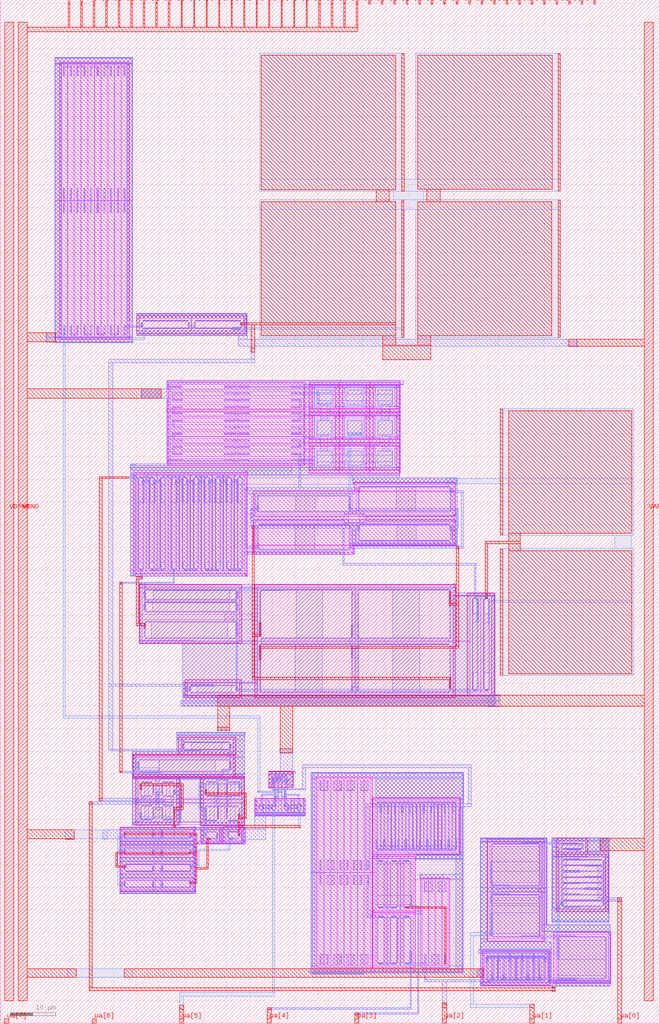
<source format=lef>
VERSION 5.7 ;
  NOWIREEXTENSIONATPIN ON ;
  DIVIDERCHAR "/" ;
  BUSBITCHARS "[]" ;
MACRO tt_um_DalinEM-lab_asic
  CLASS BLOCK ;
  FOREIGN tt_um_DalinEM-lab_asic ;
  ORIGIN 0.000 0.000 ;
  SIZE 145.360 BY 225.760 ;
  PIN clk
    DIRECTION INPUT ;
    USE SIGNAL ;
    PORT
      LAYER met4 ;
        RECT 128.190 224.760 128.490 225.760 ;
    END
  END clk
  PIN ena
    DIRECTION INPUT ;
    USE SIGNAL ;
    PORT
      LAYER met4 ;
        RECT 130.950 224.760 131.250 225.760 ;
    END
  END ena
  PIN rst_n
    DIRECTION INPUT ;
    USE SIGNAL ;
    PORT
      LAYER met4 ;
        RECT 125.430 224.760 125.730 225.760 ;
    END
  END rst_n
  PIN ua[0]
    DIRECTION INOUT ;
    USE SIGNAL ;
    ANTENNADIFFAREA 9.860000 ;
    PORT
      LAYER met4 ;
        RECT 136.170 0.000 137.070 1.000 ;
    END
  END ua[0]
  PIN ua[1]
    DIRECTION INOUT ;
    USE SIGNAL ;
    ANTENNAGATEAREA 180.000000 ;
    PORT
      LAYER met4 ;
        RECT 116.850 0.000 117.750 1.000 ;
    END
  END ua[1]
  PIN ua[2]
    DIRECTION INOUT ;
    USE SIGNAL ;
    ANTENNAGATEAREA 50.000000 ;
    ANTENNADIFFAREA 0.290000 ;
    PORT
      LAYER met4 ;
        RECT 97.530 0.000 98.430 1.000 ;
    END
  END ua[2]
  PIN ua[3]
    DIRECTION INOUT ;
    USE SIGNAL ;
    ANTENNAGATEAREA 30.000000 ;
    PORT
      LAYER met4 ;
        RECT 78.210 0.000 79.110 1.000 ;
    END
  END ua[3]
  PIN ua[4]
    DIRECTION INOUT ;
    USE SIGNAL ;
    ANTENNAGATEAREA 30.000000 ;
    PORT
      LAYER met4 ;
        RECT 58.890 0.000 59.790 1.000 ;
    END
  END ua[4]
  PIN ua[5]
    DIRECTION INOUT ;
    USE SIGNAL ;
    ANTENNAGATEAREA 1.000000 ;
    PORT
      LAYER met4 ;
        RECT 39.570 0.000 40.470 1.000 ;
    END
  END ua[5]
  PIN ua[6]
    DIRECTION INOUT ;
    USE SIGNAL ;
    PORT
      LAYER met4 ;
        RECT 20.250 0.000 21.150 1.000 ;
    END
  END ua[6]
  PIN ua[7]
    DIRECTION INOUT ;
    USE SIGNAL ;
    PORT
      LAYER met4 ;
        RECT 0.930 0.000 1.830 1.000 ;
    END
  END ua[7]
  PIN ui_in[0]
    DIRECTION INPUT ;
    USE SIGNAL ;
    PORT
      LAYER met4 ;
        RECT 122.670 224.760 122.970 225.760 ;
    END
  END ui_in[0]
  PIN ui_in[1]
    DIRECTION INPUT ;
    USE SIGNAL ;
    PORT
      LAYER met4 ;
        RECT 119.910 224.760 120.210 225.760 ;
    END
  END ui_in[1]
  PIN ui_in[2]
    DIRECTION INPUT ;
    USE SIGNAL ;
    PORT
      LAYER met4 ;
        RECT 117.150 224.760 117.450 225.760 ;
    END
  END ui_in[2]
  PIN ui_in[3]
    DIRECTION INPUT ;
    USE SIGNAL ;
    PORT
      LAYER met4 ;
        RECT 114.390 224.760 114.690 225.760 ;
    END
  END ui_in[3]
  PIN ui_in[4]
    DIRECTION INPUT ;
    USE SIGNAL ;
    PORT
      LAYER met4 ;
        RECT 111.630 224.760 111.930 225.760 ;
    END
  END ui_in[4]
  PIN ui_in[5]
    DIRECTION INPUT ;
    USE SIGNAL ;
    PORT
      LAYER met4 ;
        RECT 108.870 224.760 109.170 225.760 ;
    END
  END ui_in[5]
  PIN ui_in[6]
    DIRECTION INPUT ;
    USE SIGNAL ;
    PORT
      LAYER met4 ;
        RECT 106.110 224.760 106.410 225.760 ;
    END
  END ui_in[6]
  PIN ui_in[7]
    DIRECTION INPUT ;
    USE SIGNAL ;
    PORT
      LAYER met4 ;
        RECT 103.350 224.760 103.650 225.760 ;
    END
  END ui_in[7]
  PIN uio_in[0]
    DIRECTION INPUT ;
    USE SIGNAL ;
    PORT
      LAYER met4 ;
        RECT 100.590 224.760 100.890 225.760 ;
    END
  END uio_in[0]
  PIN uio_in[1]
    DIRECTION INPUT ;
    USE SIGNAL ;
    PORT
      LAYER met4 ;
        RECT 97.830 224.760 98.130 225.760 ;
    END
  END uio_in[1]
  PIN uio_in[2]
    DIRECTION INPUT ;
    USE SIGNAL ;
    PORT
      LAYER met4 ;
        RECT 95.070 224.760 95.370 225.760 ;
    END
  END uio_in[2]
  PIN uio_in[3]
    DIRECTION INPUT ;
    USE SIGNAL ;
    PORT
      LAYER met4 ;
        RECT 92.310 224.760 92.610 225.760 ;
    END
  END uio_in[3]
  PIN uio_in[4]
    DIRECTION INPUT ;
    USE SIGNAL ;
    PORT
      LAYER met4 ;
        RECT 89.550 224.760 89.850 225.760 ;
    END
  END uio_in[4]
  PIN uio_in[5]
    DIRECTION INPUT ;
    USE SIGNAL ;
    PORT
      LAYER met4 ;
        RECT 86.790 224.760 87.090 225.760 ;
    END
  END uio_in[5]
  PIN uio_in[6]
    DIRECTION INPUT ;
    USE SIGNAL ;
    PORT
      LAYER met4 ;
        RECT 84.030 224.760 84.330 225.760 ;
    END
  END uio_in[6]
  PIN uio_in[7]
    DIRECTION INPUT ;
    USE SIGNAL ;
    PORT
      LAYER met4 ;
        RECT 81.270 224.760 81.570 225.760 ;
    END
  END uio_in[7]
  PIN uio_oe[0]
    DIRECTION OUTPUT ;
    USE SIGNAL ;
    ANTENNAGATEAREA 240.560089 ;
    ANTENNADIFFAREA 781.075195 ;
    PORT
      LAYER met4 ;
        RECT 34.350 224.760 34.650 225.760 ;
    END
  END uio_oe[0]
  PIN uio_oe[1]
    DIRECTION OUTPUT ;
    USE SIGNAL ;
    ANTENNAGATEAREA 240.560089 ;
    ANTENNADIFFAREA 781.075195 ;
    PORT
      LAYER met4 ;
        RECT 31.590 224.760 31.890 225.760 ;
    END
  END uio_oe[1]
  PIN uio_oe[2]
    DIRECTION OUTPUT ;
    USE SIGNAL ;
    ANTENNAGATEAREA 240.560089 ;
    ANTENNADIFFAREA 781.075195 ;
    PORT
      LAYER met4 ;
        RECT 28.830 224.760 29.130 225.760 ;
    END
  END uio_oe[2]
  PIN uio_oe[3]
    DIRECTION OUTPUT ;
    USE SIGNAL ;
    ANTENNAGATEAREA 240.560089 ;
    ANTENNADIFFAREA 781.075195 ;
    PORT
      LAYER met4 ;
        RECT 26.070 224.760 26.370 225.760 ;
    END
  END uio_oe[3]
  PIN uio_oe[4]
    DIRECTION OUTPUT ;
    USE SIGNAL ;
    ANTENNAGATEAREA 240.560089 ;
    ANTENNADIFFAREA 781.075195 ;
    PORT
      LAYER met4 ;
        RECT 23.310 224.760 23.610 225.760 ;
    END
  END uio_oe[4]
  PIN uio_oe[5]
    DIRECTION OUTPUT ;
    USE SIGNAL ;
    ANTENNAGATEAREA 240.560089 ;
    ANTENNADIFFAREA 781.075195 ;
    PORT
      LAYER met4 ;
        RECT 20.550 224.760 20.850 225.760 ;
    END
  END uio_oe[5]
  PIN uio_oe[6]
    DIRECTION OUTPUT ;
    USE SIGNAL ;
    ANTENNAGATEAREA 240.560089 ;
    ANTENNADIFFAREA 781.075195 ;
    PORT
      LAYER met4 ;
        RECT 17.790 224.760 18.090 225.760 ;
    END
  END uio_oe[6]
  PIN uio_oe[7]
    DIRECTION OUTPUT ;
    USE SIGNAL ;
    ANTENNAGATEAREA 240.560089 ;
    ANTENNADIFFAREA 781.075195 ;
    PORT
      LAYER met4 ;
        RECT 15.030 224.760 15.330 225.760 ;
    END
  END uio_oe[7]
  PIN uio_out[0]
    DIRECTION OUTPUT ;
    USE SIGNAL ;
    ANTENNAGATEAREA 240.560089 ;
    ANTENNADIFFAREA 781.075195 ;
    PORT
      LAYER met4 ;
        RECT 56.430 224.760 56.730 225.760 ;
    END
  END uio_out[0]
  PIN uio_out[1]
    DIRECTION OUTPUT ;
    USE SIGNAL ;
    ANTENNAGATEAREA 240.560089 ;
    ANTENNADIFFAREA 781.075195 ;
    PORT
      LAYER met4 ;
        RECT 53.670 224.760 53.970 225.760 ;
    END
  END uio_out[1]
  PIN uio_out[2]
    DIRECTION OUTPUT ;
    USE SIGNAL ;
    ANTENNAGATEAREA 240.560089 ;
    ANTENNADIFFAREA 781.075195 ;
    PORT
      LAYER met4 ;
        RECT 50.910 224.760 51.210 225.760 ;
    END
  END uio_out[2]
  PIN uio_out[3]
    DIRECTION OUTPUT ;
    USE SIGNAL ;
    ANTENNAGATEAREA 240.560089 ;
    ANTENNADIFFAREA 781.075195 ;
    PORT
      LAYER met4 ;
        RECT 48.150 224.760 48.450 225.760 ;
    END
  END uio_out[3]
  PIN uio_out[4]
    DIRECTION OUTPUT ;
    USE SIGNAL ;
    ANTENNAGATEAREA 240.560089 ;
    ANTENNADIFFAREA 781.075195 ;
    PORT
      LAYER met4 ;
        RECT 45.390 224.760 45.690 225.760 ;
    END
  END uio_out[4]
  PIN uio_out[5]
    DIRECTION OUTPUT ;
    USE SIGNAL ;
    ANTENNAGATEAREA 240.560089 ;
    ANTENNADIFFAREA 781.075195 ;
    PORT
      LAYER met4 ;
        RECT 42.630 224.760 42.930 225.760 ;
    END
  END uio_out[5]
  PIN uio_out[6]
    DIRECTION OUTPUT ;
    USE SIGNAL ;
    ANTENNAGATEAREA 240.560089 ;
    ANTENNADIFFAREA 781.075195 ;
    PORT
      LAYER met4 ;
        RECT 39.870 224.760 40.170 225.760 ;
    END
  END uio_out[6]
  PIN uio_out[7]
    DIRECTION OUTPUT ;
    USE SIGNAL ;
    ANTENNAGATEAREA 240.560089 ;
    ANTENNADIFFAREA 781.075195 ;
    PORT
      LAYER met4 ;
        RECT 37.110 224.760 37.410 225.760 ;
    END
  END uio_out[7]
  PIN uo_out[0]
    DIRECTION OUTPUT ;
    USE SIGNAL ;
    ANTENNAGATEAREA 240.560089 ;
    ANTENNADIFFAREA 781.075195 ;
    PORT
      LAYER met4 ;
        RECT 78.510 224.760 78.810 225.760 ;
    END
  END uo_out[0]
  PIN uo_out[1]
    DIRECTION OUTPUT ;
    USE SIGNAL ;
    ANTENNAGATEAREA 240.560089 ;
    ANTENNADIFFAREA 781.075195 ;
    PORT
      LAYER met4 ;
        RECT 75.750 224.760 76.050 225.760 ;
    END
  END uo_out[1]
  PIN uo_out[2]
    DIRECTION OUTPUT ;
    USE SIGNAL ;
    ANTENNAGATEAREA 240.560089 ;
    ANTENNADIFFAREA 781.075195 ;
    PORT
      LAYER met4 ;
        RECT 72.990 224.760 73.290 225.760 ;
    END
  END uo_out[2]
  PIN uo_out[3]
    DIRECTION OUTPUT ;
    USE SIGNAL ;
    ANTENNAGATEAREA 240.560089 ;
    ANTENNADIFFAREA 781.075195 ;
    PORT
      LAYER met4 ;
        RECT 70.230 224.760 70.530 225.760 ;
    END
  END uo_out[3]
  PIN uo_out[4]
    DIRECTION OUTPUT ;
    USE SIGNAL ;
    ANTENNAGATEAREA 240.560089 ;
    ANTENNADIFFAREA 781.075195 ;
    PORT
      LAYER met4 ;
        RECT 67.470 224.760 67.770 225.760 ;
    END
  END uo_out[4]
  PIN uo_out[5]
    DIRECTION OUTPUT ;
    USE SIGNAL ;
    ANTENNAGATEAREA 240.560089 ;
    ANTENNADIFFAREA 781.075195 ;
    PORT
      LAYER met4 ;
        RECT 64.710 224.760 65.010 225.760 ;
    END
  END uo_out[5]
  PIN uo_out[6]
    DIRECTION OUTPUT ;
    USE SIGNAL ;
    ANTENNAGATEAREA 240.560089 ;
    ANTENNADIFFAREA 781.075195 ;
    PORT
      LAYER met4 ;
        RECT 61.950 224.760 62.250 225.760 ;
    END
  END uo_out[6]
  PIN uo_out[7]
    DIRECTION OUTPUT ;
    USE SIGNAL ;
    ANTENNAGATEAREA 240.560089 ;
    ANTENNADIFFAREA 781.075195 ;
    PORT
      LAYER met4 ;
        RECT 59.190 224.760 59.490 225.760 ;
    END
  END uo_out[7]
  PIN VDPWR
    DIRECTION INOUT ;
    USE POWER ;
    PORT
      LAYER met4 ;
        RECT 1.000 5.000 3.000 220.760 ;
    END
  END VDPWR
  PIN VGND
    DIRECTION INOUT ;
    USE GROUND ;
    PORT
      LAYER met4 ;
        RECT 4.000 5.000 6.000 220.760 ;
    END
  END VGND
  PIN VAPWR
    DIRECTION INOUT ;
    USE POWER ;
    PORT
      LAYER met4 ;
        RECT 142.000 5.000 144.000 220.760 ;
    END
  END VAPWR
  OBS
      LAYER pwell ;
        RECT 13.100 150.910 28.430 212.020 ;
      LAYER nwell ;
        RECT 30.105 152.105 54.315 156.075 ;
      LAYER pwell ;
        RECT 37.100 135.470 67.210 141.395 ;
        RECT 36.850 134.915 67.210 135.470 ;
        RECT 37.100 123.105 67.210 134.915 ;
        RECT 68.105 140.675 74.805 141.440 ;
        RECT 68.105 135.505 68.870 140.675 ;
        RECT 74.040 135.505 74.805 140.675 ;
        RECT 68.105 134.740 74.805 135.505 ;
        RECT 74.825 140.675 81.525 141.440 ;
        RECT 74.825 135.505 75.590 140.675 ;
        RECT 80.760 135.505 81.525 140.675 ;
        RECT 74.825 134.740 81.525 135.505 ;
        RECT 81.545 140.675 88.245 141.440 ;
        RECT 81.545 135.505 82.310 140.675 ;
        RECT 87.480 135.505 88.245 140.675 ;
        RECT 81.545 134.740 88.245 135.505 ;
        RECT 68.105 133.955 74.805 134.720 ;
        RECT 68.105 128.785 68.870 133.955 ;
        RECT 74.040 128.785 74.805 133.955 ;
        RECT 68.105 128.020 74.805 128.785 ;
        RECT 74.825 133.955 81.525 134.720 ;
        RECT 74.825 128.785 75.590 133.955 ;
        RECT 80.760 128.785 81.525 133.955 ;
        RECT 74.825 128.020 81.525 128.785 ;
        RECT 81.545 133.955 88.245 134.720 ;
        RECT 81.545 128.785 82.310 133.955 ;
        RECT 87.480 128.785 88.245 133.955 ;
        RECT 81.545 128.020 88.245 128.785 ;
        RECT 68.105 127.235 74.805 128.000 ;
        RECT 68.105 122.065 68.870 127.235 ;
        RECT 74.040 122.065 74.805 127.235 ;
        RECT 54.065 121.420 54.535 121.735 ;
        RECT 29.470 99.140 54.535 121.420 ;
        RECT 68.105 121.300 74.805 122.065 ;
        RECT 74.825 127.235 81.525 128.000 ;
        RECT 74.825 122.065 75.590 127.235 ;
        RECT 80.760 122.065 81.525 127.235 ;
        RECT 74.825 121.300 81.525 122.065 ;
        RECT 81.545 127.235 88.245 128.000 ;
        RECT 81.545 122.065 82.310 127.235 ;
        RECT 87.480 122.065 88.245 127.235 ;
        RECT 81.545 121.300 88.245 122.065 ;
        RECT 78.075 117.385 100.355 119.385 ;
        RECT 55.795 111.805 100.355 117.385 ;
        RECT 55.830 105.445 100.355 111.025 ;
        RECT 55.830 103.445 78.110 105.445 ;
        RECT 54.065 98.595 54.535 99.140 ;
      LAYER nwell ;
        RECT 30.730 83.770 53.310 96.740 ;
        RECT 40.780 71.750 53.310 75.720 ;
        RECT 56.170 71.750 100.380 96.740 ;
        RECT 103.010 72.320 109.000 94.900 ;
        RECT 39.305 59.285 51.935 63.100 ;
        RECT 29.305 59.130 51.935 59.285 ;
        RECT 29.305 54.445 51.885 59.130 ;
        RECT 59.235 55.425 64.415 55.575 ;
        RECT 29.305 54.315 53.835 54.445 ;
        RECT 29.865 43.675 39.525 54.315 ;
        RECT 44.195 43.550 53.835 54.315 ;
        RECT 59.180 52.110 64.575 55.425 ;
        RECT 59.235 52.035 64.415 52.110 ;
      LAYER pwell ;
        RECT 56.175 45.960 67.295 49.540 ;
        RECT 26.415 28.965 42.975 43.285 ;
        RECT 44.345 39.705 48.825 43.285 ;
        RECT 49.205 39.710 53.685 43.290 ;
        RECT 69.655 12.205 82.025 54.315 ;
        RECT 82.135 37.150 101.505 49.730 ;
        RECT 82.115 24.515 91.555 36.795 ;
        RECT 82.115 12.205 91.555 24.485 ;
        RECT 92.740 12.205 99.190 32.025 ;
        RECT 107.395 18.105 119.975 40.635 ;
      LAYER nwell ;
        RECT 122.670 37.255 129.640 40.785 ;
        RECT 122.670 24.645 134.140 37.255 ;
      LAYER pwell ;
        RECT 106.320 8.345 121.210 15.925 ;
        RECT 122.040 8.815 134.620 20.095 ;
      LAYER li1 ;
        RECT 12.025 213.100 28.970 213.110 ;
        RECT 12.025 211.555 29.205 213.100 ;
        RECT 12.025 181.550 13.580 211.555 ;
        RECT 13.930 209.030 14.280 211.190 ;
        RECT 13.930 182.030 14.280 184.190 ;
        RECT 14.760 181.550 14.930 211.555 ;
        RECT 15.410 209.030 15.760 211.190 ;
        RECT 15.410 182.030 15.760 184.190 ;
        RECT 16.240 181.550 16.410 211.555 ;
        RECT 16.890 209.030 17.240 211.190 ;
        RECT 16.890 182.030 17.240 184.190 ;
        RECT 17.720 181.550 17.890 211.555 ;
        RECT 18.370 209.030 18.720 211.190 ;
        RECT 18.370 182.030 18.720 184.190 ;
        RECT 19.200 181.550 19.370 211.555 ;
        RECT 19.850 209.030 20.200 211.190 ;
        RECT 19.850 182.030 20.200 184.190 ;
        RECT 20.680 181.550 20.850 211.555 ;
        RECT 21.330 209.030 21.680 211.190 ;
        RECT 21.330 182.030 21.680 184.190 ;
        RECT 22.160 181.550 22.330 211.555 ;
        RECT 22.810 209.030 23.160 211.190 ;
        RECT 22.810 182.030 23.160 184.190 ;
        RECT 23.640 181.550 23.810 211.555 ;
        RECT 24.290 209.030 24.640 211.190 ;
        RECT 24.290 182.030 24.640 184.190 ;
        RECT 25.120 181.550 25.290 211.555 ;
        RECT 25.770 209.030 26.120 211.190 ;
        RECT 25.770 182.030 26.120 184.190 ;
        RECT 26.600 181.550 26.770 211.555 ;
        RECT 27.250 209.030 27.600 211.190 ;
        RECT 27.250 182.030 27.600 184.190 ;
        RECT 27.950 181.550 29.205 211.555 ;
        RECT 12.025 181.380 29.205 181.550 ;
        RECT 12.025 151.470 13.580 181.380 ;
        RECT 13.930 178.740 14.280 180.900 ;
        RECT 13.930 151.740 14.280 153.900 ;
        RECT 14.760 151.470 14.930 181.380 ;
        RECT 15.410 178.740 15.760 180.900 ;
        RECT 15.410 151.740 15.760 153.900 ;
        RECT 16.240 151.470 16.410 181.380 ;
        RECT 16.890 178.740 17.240 180.900 ;
        RECT 16.890 151.740 17.240 153.900 ;
        RECT 17.720 151.470 17.890 181.380 ;
        RECT 18.370 178.740 18.720 180.900 ;
        RECT 18.370 151.740 18.720 153.900 ;
        RECT 19.200 151.470 19.370 181.380 ;
        RECT 19.850 178.740 20.200 180.900 ;
        RECT 19.850 151.740 20.200 153.900 ;
        RECT 20.680 151.470 20.850 181.380 ;
        RECT 21.330 178.740 21.680 180.900 ;
        RECT 21.330 151.740 21.680 153.900 ;
        RECT 22.160 151.470 22.330 181.380 ;
        RECT 22.810 178.740 23.160 180.900 ;
        RECT 22.810 151.740 23.160 153.900 ;
        RECT 23.640 151.470 23.810 181.380 ;
        RECT 24.290 178.740 24.640 180.900 ;
        RECT 24.290 151.740 24.640 153.900 ;
        RECT 25.120 151.470 25.290 181.380 ;
        RECT 25.770 178.740 26.120 180.900 ;
        RECT 25.770 151.740 26.120 153.900 ;
        RECT 26.600 151.470 26.770 181.380 ;
        RECT 27.250 178.740 27.600 180.900 ;
        RECT 27.250 151.740 27.600 153.900 ;
        RECT 27.950 151.470 29.205 181.380 ;
        RECT 30.160 156.420 54.415 156.515 ;
        RECT 30.110 155.490 54.520 156.420 ;
        RECT 30.110 152.735 30.800 155.490 ;
        RECT 31.395 154.825 41.395 154.995 ;
        RECT 31.165 153.570 31.335 154.610 ;
        RECT 41.455 153.570 41.625 154.610 ;
        RECT 31.395 153.185 41.395 153.355 ;
        RECT 42.125 152.735 42.295 155.490 ;
        RECT 43.025 154.825 53.025 154.995 ;
        RECT 42.795 153.570 42.965 154.610 ;
        RECT 53.085 153.570 53.255 154.610 ;
        RECT 43.025 153.185 53.025 153.355 ;
        RECT 53.740 152.735 54.520 155.490 ;
        RECT 30.110 151.675 54.520 152.735 ;
        RECT 12.025 150.140 29.205 151.470 ;
        RECT 36.675 140.915 88.165 141.785 ;
        RECT 36.675 139.870 37.475 140.915 ;
        RECT 37.930 140.215 40.090 140.565 ;
        RECT 49.430 140.215 51.590 140.565 ;
        RECT 51.885 139.870 52.375 140.915 ;
        RECT 52.720 140.215 54.880 140.565 ;
        RECT 64.220 140.215 66.380 140.565 ;
        RECT 66.850 140.135 88.115 140.915 ;
        RECT 66.850 139.870 69.410 140.135 ;
        RECT 36.675 139.315 69.410 139.870 ;
        RECT 36.675 138.405 37.475 139.315 ;
        RECT 37.930 138.735 40.090 139.085 ;
        RECT 49.430 138.735 51.590 139.085 ;
        RECT 51.885 138.405 52.375 139.315 ;
        RECT 52.720 138.735 54.880 139.085 ;
        RECT 64.220 138.735 66.380 139.085 ;
        RECT 66.850 138.405 69.410 139.315 ;
        RECT 36.675 137.850 69.410 138.405 ;
        RECT 36.675 136.935 37.475 137.850 ;
        RECT 37.930 137.255 40.090 137.605 ;
        RECT 49.430 137.255 51.590 137.605 ;
        RECT 51.885 136.935 52.375 137.850 ;
        RECT 52.720 137.255 54.880 137.605 ;
        RECT 64.220 137.255 66.380 137.605 ;
        RECT 66.850 136.935 69.410 137.850 ;
        RECT 36.675 136.380 69.410 136.935 ;
        RECT 36.675 135.470 37.475 136.380 ;
        RECT 37.930 135.775 40.090 136.125 ;
        RECT 49.430 135.775 51.590 136.125 ;
        RECT 51.885 135.470 52.375 136.380 ;
        RECT 52.720 135.775 54.880 136.125 ;
        RECT 64.220 135.775 66.380 136.125 ;
        RECT 66.850 136.045 69.410 136.380 ;
        RECT 69.720 136.355 73.190 139.825 ;
        RECT 73.500 136.045 76.130 140.135 ;
        RECT 76.440 136.355 79.910 139.825 ;
        RECT 80.220 136.045 82.850 140.135 ;
        RECT 83.160 136.355 86.630 139.825 ;
        RECT 86.940 136.045 88.115 140.135 ;
        RECT 66.850 135.470 88.115 136.045 ;
        RECT 36.675 134.915 88.115 135.470 ;
        RECT 36.675 134.005 37.475 134.915 ;
        RECT 37.930 134.295 40.090 134.645 ;
        RECT 49.430 134.295 51.590 134.645 ;
        RECT 51.885 134.005 52.375 134.915 ;
        RECT 66.850 134.870 88.115 134.915 ;
        RECT 52.720 134.295 54.880 134.645 ;
        RECT 64.220 134.295 66.380 134.645 ;
        RECT 66.850 134.590 87.950 134.870 ;
        RECT 66.850 134.095 88.115 134.590 ;
        RECT 66.850 134.005 69.270 134.095 ;
        RECT 36.675 133.775 69.270 134.005 ;
        RECT 73.585 133.775 76.000 134.095 ;
        RECT 80.365 133.775 82.665 134.095 ;
        RECT 87.080 133.775 88.115 134.095 ;
        RECT 36.675 133.450 88.115 133.775 ;
        RECT 36.675 132.540 37.475 133.450 ;
        RECT 37.930 132.815 40.090 133.165 ;
        RECT 49.430 132.815 51.590 133.165 ;
        RECT 51.885 132.540 52.375 133.450 ;
        RECT 66.850 133.415 88.115 133.450 ;
        RECT 52.720 132.815 54.880 133.165 ;
        RECT 64.220 132.815 66.380 133.165 ;
        RECT 66.850 132.540 69.410 133.415 ;
        RECT 36.675 131.985 69.410 132.540 ;
        RECT 36.675 131.040 37.475 131.985 ;
        RECT 37.930 131.335 40.090 131.685 ;
        RECT 49.430 131.335 51.590 131.685 ;
        RECT 51.885 131.040 52.375 131.985 ;
        RECT 52.720 131.335 54.880 131.685 ;
        RECT 64.220 131.335 66.380 131.685 ;
        RECT 66.850 131.040 69.410 131.985 ;
        RECT 36.675 130.485 69.410 131.040 ;
        RECT 36.675 129.505 37.475 130.485 ;
        RECT 37.930 129.855 40.090 130.205 ;
        RECT 49.430 129.855 51.590 130.205 ;
        RECT 51.885 129.505 52.375 130.485 ;
        RECT 52.720 129.855 54.880 130.205 ;
        RECT 64.220 129.855 66.380 130.205 ;
        RECT 66.850 129.505 69.410 130.485 ;
        RECT 69.720 129.635 73.190 133.105 ;
        RECT 36.675 129.325 69.410 129.505 ;
        RECT 73.500 129.325 76.130 133.415 ;
        RECT 76.440 129.635 79.910 133.105 ;
        RECT 80.220 129.325 82.850 133.415 ;
        RECT 83.160 129.635 86.630 133.105 ;
        RECT 86.940 129.325 88.115 133.415 ;
        RECT 36.675 128.950 88.115 129.325 ;
        RECT 36.675 128.075 37.475 128.950 ;
        RECT 37.930 128.375 40.090 128.725 ;
        RECT 49.430 128.375 51.590 128.725 ;
        RECT 51.885 128.075 52.375 128.950 ;
        RECT 52.720 128.375 54.880 128.725 ;
        RECT 64.220 128.375 66.380 128.725 ;
        RECT 66.850 128.150 88.115 128.950 ;
        RECT 66.850 128.075 87.950 128.150 ;
        RECT 36.675 127.870 87.950 128.075 ;
        RECT 36.675 127.520 88.115 127.870 ;
        RECT 36.675 126.610 37.475 127.520 ;
        RECT 37.930 126.895 40.090 127.245 ;
        RECT 49.430 126.895 51.590 127.245 ;
        RECT 51.885 126.610 52.375 127.520 ;
        RECT 52.720 126.895 54.880 127.245 ;
        RECT 64.220 126.895 66.380 127.245 ;
        RECT 66.850 126.695 88.115 127.520 ;
        RECT 66.850 126.610 69.410 126.695 ;
        RECT 36.675 126.055 69.410 126.610 ;
        RECT 36.675 125.075 37.475 126.055 ;
        RECT 37.930 125.415 40.090 125.765 ;
        RECT 49.430 125.415 51.590 125.765 ;
        RECT 51.885 125.075 52.375 126.055 ;
        RECT 52.720 125.415 54.880 125.765 ;
        RECT 64.220 125.415 66.380 125.765 ;
        RECT 66.850 125.075 69.410 126.055 ;
        RECT 36.675 124.520 69.410 125.075 ;
        RECT 36.675 123.505 37.475 124.520 ;
        RECT 37.930 123.935 40.090 124.285 ;
        RECT 49.430 123.935 51.590 124.285 ;
        RECT 51.885 123.505 52.375 124.520 ;
        RECT 52.720 123.935 54.880 124.285 ;
        RECT 64.220 123.935 66.380 124.285 ;
        RECT 66.850 123.505 69.410 124.520 ;
        RECT 36.675 123.450 69.410 123.505 ;
        RECT 28.710 122.605 69.410 123.450 ;
        RECT 69.720 122.915 73.190 126.385 ;
        RECT 73.500 122.605 76.130 126.695 ;
        RECT 76.440 122.915 79.910 126.385 ;
        RECT 80.220 122.605 82.850 126.695 ;
        RECT 83.160 122.915 86.630 126.385 ;
        RECT 86.940 122.605 88.115 126.695 ;
        RECT 28.710 122.565 88.115 122.605 ;
        RECT 28.710 120.840 88.130 122.565 ;
        RECT 28.710 99.770 29.905 120.840 ;
        RECT 30.740 120.340 31.280 120.510 ;
        RECT 30.400 100.280 30.570 120.280 ;
        RECT 31.450 100.280 31.620 120.280 ;
        RECT 30.740 100.050 31.280 100.220 ;
        RECT 32.140 99.770 32.310 120.840 ;
        RECT 33.170 120.340 33.710 120.510 ;
        RECT 32.830 100.280 33.000 120.280 ;
        RECT 33.880 100.280 34.050 120.280 ;
        RECT 33.170 100.050 33.710 100.220 ;
        RECT 34.570 99.770 34.740 120.840 ;
        RECT 35.600 120.340 36.140 120.510 ;
        RECT 35.260 100.280 35.430 120.280 ;
        RECT 36.310 100.280 36.480 120.280 ;
        RECT 35.600 100.050 36.140 100.220 ;
        RECT 37.000 99.770 37.170 120.840 ;
        RECT 38.030 120.340 38.570 120.510 ;
        RECT 37.690 100.280 37.860 120.280 ;
        RECT 38.740 100.280 38.910 120.280 ;
        RECT 38.030 100.050 38.570 100.220 ;
        RECT 39.430 99.770 39.600 120.840 ;
        RECT 40.460 120.340 41.000 120.510 ;
        RECT 40.120 100.280 40.290 120.280 ;
        RECT 41.170 100.280 41.340 120.280 ;
        RECT 40.460 100.050 41.000 100.220 ;
        RECT 41.860 99.770 42.030 120.840 ;
        RECT 42.890 120.340 43.430 120.510 ;
        RECT 42.550 100.280 42.720 120.280 ;
        RECT 43.600 100.280 43.770 120.280 ;
        RECT 42.890 100.050 43.430 100.220 ;
        RECT 44.290 99.770 44.460 120.840 ;
        RECT 45.320 120.340 45.860 120.510 ;
        RECT 44.980 100.280 45.150 120.280 ;
        RECT 46.030 100.280 46.200 120.280 ;
        RECT 45.320 100.050 45.860 100.220 ;
        RECT 46.720 99.770 46.890 120.840 ;
        RECT 47.750 120.340 48.290 120.510 ;
        RECT 47.410 100.280 47.580 120.280 ;
        RECT 48.460 100.280 48.630 120.280 ;
        RECT 47.750 100.050 48.290 100.220 ;
        RECT 49.150 99.770 49.320 120.840 ;
        RECT 50.180 120.340 50.720 120.510 ;
        RECT 49.840 100.280 50.010 120.280 ;
        RECT 50.890 100.280 51.060 120.280 ;
        RECT 50.180 100.050 50.720 100.220 ;
        RECT 51.580 99.770 51.750 120.840 ;
        RECT 52.610 120.340 53.150 120.510 ;
        RECT 53.815 120.340 88.130 120.840 ;
        RECT 52.270 100.280 52.440 120.280 ;
        RECT 53.320 100.280 53.490 120.280 ;
        RECT 53.815 118.880 100.775 120.340 ;
        RECT 53.815 116.820 78.580 118.880 ;
        RECT 79.215 118.285 99.215 118.455 ;
        RECT 53.815 112.285 56.260 116.820 ;
        RECT 56.935 116.285 76.935 116.455 ;
        RECT 56.705 113.075 56.875 116.115 ;
        RECT 76.995 113.075 77.165 116.115 ;
        RECT 56.935 112.735 76.935 112.905 ;
        RECT 77.630 112.285 78.580 116.820 ;
        RECT 78.985 113.075 79.155 118.115 ;
        RECT 99.275 113.075 99.445 118.115 ;
        RECT 79.215 112.735 99.215 112.905 ;
        RECT 99.825 112.285 100.775 118.880 ;
        RECT 53.815 110.480 100.775 112.285 ;
        RECT 53.815 103.920 56.305 110.480 ;
        RECT 56.970 109.925 76.970 110.095 ;
        RECT 56.740 104.715 56.910 109.755 ;
        RECT 77.030 104.715 77.200 109.755 ;
        RECT 77.565 105.945 78.550 110.480 ;
        RECT 79.215 109.925 99.215 110.095 ;
        RECT 78.985 106.715 79.155 109.755 ;
        RECT 99.275 106.715 99.445 109.755 ;
        RECT 79.215 106.375 99.215 106.545 ;
        RECT 99.825 105.945 100.775 110.480 ;
        RECT 77.565 105.405 100.775 105.945 ;
        RECT 56.970 104.375 76.970 104.545 ;
        RECT 53.815 103.915 56.315 103.920 ;
        RECT 77.660 103.915 78.000 105.405 ;
        RECT 53.815 103.480 78.015 103.915 ;
        RECT 52.610 100.050 53.150 100.220 ;
        RECT 53.815 99.770 54.470 103.480 ;
        RECT 28.710 98.655 54.470 99.770 ;
        RECT 56.070 96.830 100.540 96.835 ;
        RECT 30.705 95.980 100.540 96.830 ;
        RECT 30.705 95.955 56.820 95.980 ;
        RECT 30.705 90.205 31.345 95.955 ;
        RECT 32.020 95.490 52.020 95.660 ;
        RECT 31.790 93.735 31.960 95.275 ;
        RECT 52.080 93.735 52.250 95.275 ;
        RECT 32.020 93.350 52.020 93.520 ;
        RECT 32.020 92.810 52.020 92.980 ;
        RECT 31.790 91.055 31.960 92.595 ;
        RECT 52.080 91.055 52.250 92.595 ;
        RECT 32.020 90.670 52.020 90.840 ;
        RECT 52.585 90.205 56.820 95.955 ;
        RECT 57.460 95.490 77.460 95.660 ;
        RECT 30.705 89.020 56.820 90.205 ;
        RECT 30.705 84.435 31.345 89.020 ;
        RECT 32.020 88.490 52.020 88.660 ;
        RECT 31.790 85.235 31.960 88.275 ;
        RECT 52.080 85.235 52.250 88.275 ;
        RECT 32.020 84.850 52.020 85.020 ;
        RECT 30.705 84.400 42.745 84.435 ;
        RECT 30.705 84.395 51.935 84.400 ;
        RECT 52.585 84.395 56.820 89.020 ;
        RECT 57.230 85.235 57.400 95.275 ;
        RECT 77.520 85.235 77.690 95.275 ;
        RECT 57.460 84.850 77.460 85.020 ;
        RECT 30.705 84.375 56.820 84.395 ;
        RECT 30.680 84.330 56.820 84.375 ;
        RECT 78.190 84.330 78.360 95.980 ;
        RECT 79.090 95.490 99.090 95.660 ;
        RECT 78.860 85.235 79.030 95.275 ;
        RECT 99.150 85.235 99.320 95.275 ;
        RECT 99.760 94.925 100.510 95.980 ;
        RECT 102.880 94.925 109.155 94.960 ;
        RECT 99.760 94.295 109.155 94.925 ;
        RECT 99.760 94.240 109.110 94.295 ;
        RECT 79.090 84.850 99.090 85.020 ;
        RECT 99.760 84.330 103.685 94.240 ;
        RECT 104.475 93.670 105.015 93.840 ;
        RECT 30.680 84.160 103.685 84.330 ;
        RECT 30.680 83.705 56.820 84.160 ;
        RECT 30.765 83.685 56.820 83.705 ;
        RECT 40.280 75.110 56.820 83.685 ;
        RECT 57.460 83.470 77.460 83.640 ;
        RECT 40.255 75.040 56.820 75.110 ;
        RECT 40.255 72.410 41.345 75.040 ;
        RECT 42.070 74.470 52.020 74.640 ;
        RECT 41.840 73.215 42.010 74.255 ;
        RECT 52.080 73.215 52.250 74.255 ;
        RECT 42.070 72.830 52.020 73.000 ;
        RECT 52.685 72.410 56.820 75.040 ;
        RECT 57.230 73.215 57.400 83.255 ;
        RECT 77.520 73.215 77.690 83.255 ;
        RECT 57.460 72.830 77.460 73.000 ;
        RECT 78.190 72.410 78.360 84.160 ;
        RECT 79.090 83.470 99.090 83.640 ;
        RECT 78.860 73.215 79.030 83.255 ;
        RECT 99.150 73.215 99.320 83.255 ;
        RECT 79.090 72.830 99.090 73.000 ;
        RECT 99.760 72.925 103.685 84.160 ;
        RECT 104.090 73.610 104.260 93.610 ;
        RECT 105.230 73.610 105.400 93.610 ;
        RECT 104.475 73.380 105.015 73.550 ;
        RECT 105.920 72.925 106.090 94.240 ;
        RECT 106.995 93.670 107.535 93.840 ;
        RECT 106.610 73.610 106.780 93.610 ;
        RECT 107.750 73.610 107.920 93.610 ;
        RECT 106.995 73.380 107.535 73.550 ;
        RECT 108.330 72.925 109.110 94.240 ;
        RECT 99.755 72.410 109.110 72.925 ;
        RECT 40.255 72.090 109.110 72.410 ;
        RECT 40.255 70.705 109.030 72.090 ;
        RECT 40.280 70.005 109.030 70.705 ;
        RECT 39.000 64.085 53.890 64.120 ;
        RECT 39.000 64.045 53.955 64.085 ;
        RECT 38.935 62.510 53.955 64.045 ;
        RECT 38.935 59.925 40.130 62.510 ;
        RECT 40.595 61.850 50.645 62.020 ;
        RECT 40.365 60.595 40.535 61.635 ;
        RECT 50.705 60.595 50.875 61.635 ;
        RECT 40.595 60.210 50.645 60.380 ;
        RECT 51.255 59.925 53.955 62.510 ;
        RECT 29.120 58.615 53.955 59.925 ;
        RECT 29.120 55.020 29.980 58.615 ;
        RECT 30.595 58.035 50.595 58.205 ;
        RECT 30.365 55.780 30.535 57.820 ;
        RECT 50.655 55.780 50.825 57.820 ;
        RECT 30.595 55.395 50.595 55.565 ;
        RECT 51.255 55.020 53.955 58.615 ;
        RECT 29.120 53.785 53.955 55.020 ;
        RECT 29.120 49.445 30.545 53.785 ;
        RECT 31.155 53.105 33.555 53.275 ;
        RECT 30.925 50.350 31.095 52.890 ;
        RECT 33.615 50.350 33.785 52.890 ;
        RECT 31.155 49.965 33.555 50.135 ;
        RECT 34.215 49.445 35.225 53.785 ;
        RECT 35.835 53.105 38.235 53.275 ;
        RECT 35.605 50.350 35.775 52.890 ;
        RECT 38.295 50.350 38.465 52.890 ;
        RECT 35.835 49.965 38.235 50.135 ;
        RECT 38.820 49.680 44.890 53.785 ;
        RECT 45.485 53.195 47.885 53.365 ;
        RECT 45.255 50.440 45.425 52.980 ;
        RECT 47.945 50.440 48.115 52.980 ;
        RECT 45.485 50.055 47.885 50.225 ;
        RECT 48.605 49.680 49.525 53.785 ;
        RECT 50.145 53.195 52.545 53.365 ;
        RECT 49.915 50.440 50.085 52.980 ;
        RECT 52.605 50.440 52.775 52.980 ;
        RECT 50.145 50.055 52.545 50.225 ;
        RECT 53.165 49.680 53.955 53.785 ;
        RECT 59.195 54.955 64.590 55.640 ;
        RECT 59.195 52.555 59.970 54.955 ;
        RECT 60.395 54.560 60.895 54.730 ;
        RECT 61.185 54.560 61.685 54.730 ;
        RECT 61.975 54.560 62.475 54.730 ;
        RECT 62.765 54.560 63.265 54.730 ;
        RECT 60.165 53.305 60.335 54.345 ;
        RECT 60.955 53.305 61.125 54.345 ;
        RECT 61.745 53.305 61.915 54.345 ;
        RECT 62.535 53.305 62.705 54.345 ;
        RECT 63.325 53.305 63.495 54.345 ;
        RECT 60.395 52.920 60.895 53.090 ;
        RECT 61.185 52.920 61.685 53.090 ;
        RECT 61.975 52.920 62.475 53.090 ;
        RECT 62.765 52.920 63.265 53.090 ;
        RECT 63.815 52.555 64.590 54.955 ;
        RECT 68.455 53.945 102.225 55.380 ;
        RECT 59.180 51.760 64.590 52.555 ;
        RECT 38.820 49.445 53.955 49.680 ;
        RECT 29.120 49.275 53.955 49.445 ;
        RECT 29.120 48.755 30.545 49.275 ;
        RECT 34.215 48.755 35.225 49.275 ;
        RECT 38.820 48.755 53.955 49.275 ;
        RECT 29.120 48.585 53.955 48.755 ;
        RECT 29.120 44.420 30.545 48.585 ;
        RECT 31.155 47.895 33.555 48.065 ;
        RECT 30.925 45.140 31.095 47.680 ;
        RECT 33.615 45.140 33.785 47.680 ;
        RECT 31.155 44.755 33.555 44.925 ;
        RECT 34.215 44.420 35.225 48.585 ;
        RECT 38.820 48.420 53.955 48.585 ;
        RECT 35.835 47.895 38.235 48.065 ;
        RECT 35.605 45.140 35.775 47.680 ;
        RECT 38.295 45.140 38.465 47.680 ;
        RECT 35.835 44.755 38.235 44.925 ;
        RECT 38.820 44.420 44.890 48.420 ;
        RECT 45.485 47.770 47.885 47.940 ;
        RECT 45.255 45.015 45.425 47.555 ;
        RECT 47.945 45.015 48.115 47.555 ;
        RECT 45.485 44.630 47.885 44.800 ;
        RECT 29.120 44.385 45.075 44.420 ;
        RECT 48.605 44.385 49.525 48.420 ;
        RECT 50.145 47.770 52.545 47.940 ;
        RECT 49.915 45.015 50.085 47.555 ;
        RECT 52.605 45.015 52.775 47.555 ;
        RECT 50.145 44.630 52.545 44.800 ;
        RECT 53.165 44.385 53.955 48.420 ;
        RECT 56.140 49.130 67.330 49.575 ;
        RECT 56.140 46.505 56.645 49.130 ;
        RECT 57.315 48.440 57.815 48.610 ;
        RECT 57.085 47.230 57.255 48.270 ;
        RECT 57.875 47.230 58.045 48.270 ;
        RECT 57.315 46.890 57.815 47.060 ;
        RECT 58.545 46.505 59.365 49.130 ;
        RECT 60.095 48.440 60.595 48.610 ;
        RECT 59.865 47.230 60.035 48.270 ;
        RECT 60.655 47.230 60.825 48.270 ;
        RECT 60.095 46.890 60.595 47.060 ;
        RECT 61.325 46.505 62.145 49.130 ;
        RECT 62.875 48.440 63.375 48.610 ;
        RECT 62.645 47.230 62.815 48.270 ;
        RECT 63.435 47.230 63.605 48.270 ;
        RECT 62.875 46.890 63.375 47.060 ;
        RECT 64.100 46.505 64.925 49.130 ;
        RECT 65.655 48.440 66.155 48.610 ;
        RECT 65.425 47.230 65.595 48.270 ;
        RECT 66.215 47.230 66.385 48.270 ;
        RECT 65.655 46.890 66.155 47.060 ;
        RECT 66.875 46.505 67.330 49.130 ;
        RECT 56.140 45.705 67.330 46.505 ;
        RECT 29.120 43.745 53.955 44.385 ;
        RECT 29.120 43.710 30.545 43.745 ;
        RECT 44.060 43.710 53.955 43.745 ;
        RECT 44.060 43.705 53.880 43.710 ;
        RECT 44.105 43.685 53.880 43.705 ;
        RECT 53.275 43.640 53.880 43.685 ;
        RECT 34.140 43.255 35.300 43.275 ;
        RECT 44.620 43.255 54.110 43.275 ;
        RECT 26.410 42.715 54.110 43.255 ;
        RECT 26.410 40.225 26.950 42.715 ;
        RECT 27.555 42.185 33.555 42.355 ;
        RECT 27.325 40.975 27.495 42.015 ;
        RECT 33.615 40.975 33.785 42.015 ;
        RECT 27.555 40.635 33.555 40.805 ;
        RECT 34.140 40.225 35.300 42.715 ;
        RECT 42.475 42.695 54.110 42.715 ;
        RECT 35.835 42.185 41.835 42.355 ;
        RECT 35.605 40.975 35.775 42.015 ;
        RECT 41.895 40.975 42.065 42.015 ;
        RECT 35.835 40.635 41.835 40.805 ;
        RECT 42.475 40.290 44.835 42.695 ;
        RECT 45.485 42.185 47.685 42.355 ;
        RECT 45.255 40.975 45.425 42.015 ;
        RECT 47.745 40.975 47.915 42.015 ;
        RECT 45.485 40.635 47.685 40.805 ;
        RECT 48.270 40.290 49.775 42.695 ;
        RECT 50.345 42.190 52.545 42.360 ;
        RECT 50.115 40.980 50.285 42.020 ;
        RECT 52.605 40.980 52.775 42.020 ;
        RECT 50.345 40.640 52.545 40.810 ;
        RECT 53.185 40.290 54.110 42.695 ;
        RECT 42.475 40.225 54.130 40.290 ;
        RECT 26.410 39.455 54.130 40.225 ;
        RECT 26.410 39.180 43.160 39.455 ;
        RECT 53.185 39.430 54.110 39.455 ;
        RECT 26.410 36.670 26.950 39.180 ;
        RECT 27.555 38.605 33.555 38.775 ;
        RECT 27.325 37.395 27.495 38.435 ;
        RECT 33.615 37.395 33.785 38.435 ;
        RECT 27.555 37.055 33.555 37.225 ;
        RECT 34.140 36.670 35.300 39.180 ;
        RECT 35.835 38.605 41.835 38.775 ;
        RECT 35.605 37.395 35.775 38.435 ;
        RECT 41.895 37.395 42.065 38.435 ;
        RECT 35.835 37.055 41.835 37.225 ;
        RECT 42.475 36.670 43.160 39.180 ;
        RECT 26.410 35.625 43.160 36.670 ;
        RECT 26.410 33.050 26.950 35.625 ;
        RECT 27.555 35.025 33.555 35.195 ;
        RECT 27.325 33.815 27.495 34.855 ;
        RECT 33.615 33.815 33.785 34.855 ;
        RECT 27.555 33.475 33.555 33.645 ;
        RECT 34.140 33.050 35.300 35.625 ;
        RECT 35.835 35.025 41.835 35.195 ;
        RECT 35.605 33.815 35.775 34.855 ;
        RECT 41.895 33.815 42.065 34.855 ;
        RECT 35.835 33.475 41.835 33.645 ;
        RECT 42.475 33.050 43.160 35.625 ;
        RECT 26.410 32.005 43.160 33.050 ;
        RECT 26.410 29.555 26.950 32.005 ;
        RECT 27.555 31.445 33.555 31.615 ;
        RECT 27.325 30.235 27.495 31.275 ;
        RECT 33.615 30.235 33.785 31.275 ;
        RECT 27.555 29.895 33.555 30.065 ;
        RECT 34.140 29.555 35.300 32.005 ;
        RECT 35.835 31.445 41.835 31.615 ;
        RECT 35.605 30.235 35.775 31.275 ;
        RECT 41.895 30.235 42.065 31.275 ;
        RECT 35.835 29.895 41.835 30.065 ;
        RECT 42.475 29.555 43.160 32.005 ;
        RECT 26.410 28.545 43.160 29.555 ;
        RECT 42.475 28.525 43.160 28.545 ;
        RECT 68.460 33.345 70.045 53.945 ;
        RECT 70.485 51.325 70.835 53.485 ;
        RECT 70.485 33.825 70.835 35.985 ;
        RECT 71.315 33.345 71.485 53.945 ;
        RECT 71.965 51.325 72.315 53.485 ;
        RECT 71.965 33.825 72.315 35.985 ;
        RECT 72.795 33.345 72.965 53.945 ;
        RECT 73.445 51.325 73.795 53.485 ;
        RECT 73.445 33.825 73.795 35.985 ;
        RECT 74.275 33.345 74.445 53.945 ;
        RECT 74.925 51.325 75.275 53.485 ;
        RECT 74.925 33.825 75.275 35.985 ;
        RECT 75.755 33.345 75.925 53.945 ;
        RECT 76.405 51.325 76.755 53.485 ;
        RECT 76.405 33.825 76.755 35.985 ;
        RECT 77.235 33.345 77.405 53.945 ;
        RECT 77.885 51.325 78.235 53.485 ;
        RECT 77.885 33.825 78.235 35.985 ;
        RECT 78.715 33.345 78.885 53.945 ;
        RECT 79.365 51.325 79.715 53.485 ;
        RECT 79.365 33.825 79.715 35.985 ;
        RECT 80.195 33.345 80.365 53.945 ;
        RECT 80.845 51.325 81.195 53.485 ;
        RECT 81.650 49.365 102.225 53.945 ;
        RECT 81.590 49.150 102.225 49.365 ;
        RECT 81.590 37.665 82.720 49.150 ;
        RECT 83.275 48.630 83.775 48.800 ;
        RECT 84.065 48.630 84.565 48.800 ;
        RECT 84.855 48.630 85.355 48.800 ;
        RECT 85.645 48.630 86.145 48.800 ;
        RECT 86.435 48.630 86.935 48.800 ;
        RECT 87.225 48.630 87.725 48.800 ;
        RECT 88.015 48.630 88.515 48.800 ;
        RECT 88.805 48.630 89.305 48.800 ;
        RECT 89.595 48.630 90.095 48.800 ;
        RECT 90.385 48.630 90.885 48.800 ;
        RECT 91.175 48.630 91.675 48.800 ;
        RECT 91.965 48.630 92.465 48.800 ;
        RECT 92.755 48.630 93.255 48.800 ;
        RECT 93.545 48.630 94.045 48.800 ;
        RECT 94.335 48.630 94.835 48.800 ;
        RECT 95.125 48.630 95.625 48.800 ;
        RECT 95.915 48.630 96.415 48.800 ;
        RECT 96.705 48.630 97.205 48.800 ;
        RECT 97.495 48.630 97.995 48.800 ;
        RECT 98.285 48.630 98.785 48.800 ;
        RECT 99.075 48.630 99.575 48.800 ;
        RECT 99.865 48.630 100.365 48.800 ;
        RECT 83.045 38.420 83.215 48.460 ;
        RECT 83.835 38.420 84.005 48.460 ;
        RECT 84.625 38.420 84.795 48.460 ;
        RECT 85.415 38.420 85.585 48.460 ;
        RECT 86.205 38.420 86.375 48.460 ;
        RECT 86.995 38.420 87.165 48.460 ;
        RECT 87.785 38.420 87.955 48.460 ;
        RECT 88.575 38.420 88.745 48.460 ;
        RECT 89.365 38.420 89.535 48.460 ;
        RECT 90.155 38.420 90.325 48.460 ;
        RECT 90.945 38.420 91.115 48.460 ;
        RECT 91.735 38.420 91.905 48.460 ;
        RECT 92.525 38.420 92.695 48.460 ;
        RECT 93.315 38.420 93.485 48.460 ;
        RECT 94.105 38.420 94.275 48.460 ;
        RECT 94.895 38.420 95.065 48.460 ;
        RECT 95.685 38.420 95.855 48.460 ;
        RECT 96.475 38.420 96.645 48.460 ;
        RECT 97.265 38.420 97.435 48.460 ;
        RECT 98.055 38.420 98.225 48.460 ;
        RECT 98.845 38.420 99.015 48.460 ;
        RECT 99.635 38.420 99.805 48.460 ;
        RECT 100.425 38.420 100.595 48.460 ;
        RECT 83.275 38.080 83.775 38.250 ;
        RECT 84.065 38.080 84.565 38.250 ;
        RECT 84.855 38.080 85.355 38.250 ;
        RECT 85.645 38.080 86.145 38.250 ;
        RECT 86.435 38.080 86.935 38.250 ;
        RECT 87.225 38.080 87.725 38.250 ;
        RECT 88.015 38.080 88.515 38.250 ;
        RECT 88.805 38.080 89.305 38.250 ;
        RECT 89.595 38.080 90.095 38.250 ;
        RECT 90.385 38.080 90.885 38.250 ;
        RECT 91.175 38.080 91.675 38.250 ;
        RECT 91.965 38.080 92.465 38.250 ;
        RECT 92.755 38.080 93.255 38.250 ;
        RECT 93.545 38.080 94.045 38.250 ;
        RECT 94.335 38.080 94.835 38.250 ;
        RECT 95.125 38.080 95.625 38.250 ;
        RECT 95.915 38.080 96.415 38.250 ;
        RECT 96.705 38.080 97.205 38.250 ;
        RECT 97.495 38.080 97.995 38.250 ;
        RECT 98.285 38.080 98.785 38.250 ;
        RECT 99.075 38.080 99.575 38.250 ;
        RECT 99.865 38.080 100.365 38.250 ;
        RECT 100.985 37.665 102.225 49.150 ;
        RECT 81.590 36.320 102.225 37.665 ;
        RECT 80.845 33.825 81.195 35.985 ;
        RECT 81.590 33.345 82.720 36.320 ;
        RECT 83.385 35.715 84.425 35.885 ;
        RECT 68.460 33.175 82.720 33.345 ;
        RECT 68.460 12.700 70.045 33.175 ;
        RECT 70.485 30.535 70.835 32.695 ;
        RECT 70.485 13.035 70.835 15.195 ;
        RECT 71.315 12.700 71.485 33.175 ;
        RECT 71.965 30.535 72.315 32.695 ;
        RECT 71.965 13.035 72.315 15.195 ;
        RECT 72.795 12.700 72.965 33.175 ;
        RECT 73.445 30.535 73.795 32.695 ;
        RECT 73.445 13.035 73.795 15.195 ;
        RECT 74.275 12.700 74.445 33.175 ;
        RECT 74.925 30.535 75.275 32.695 ;
        RECT 74.925 13.035 75.275 15.195 ;
        RECT 75.755 12.700 75.925 33.175 ;
        RECT 76.405 30.535 76.755 32.695 ;
        RECT 76.405 13.035 76.755 15.195 ;
        RECT 77.235 12.700 77.405 33.175 ;
        RECT 77.885 30.535 78.235 32.695 ;
        RECT 77.885 13.035 78.235 15.195 ;
        RECT 78.715 12.700 78.885 33.175 ;
        RECT 79.365 30.535 79.715 32.695 ;
        RECT 79.365 13.035 79.715 15.195 ;
        RECT 80.195 12.700 80.365 33.175 ;
        RECT 80.845 30.535 81.195 32.695 ;
        RECT 81.590 24.925 82.720 33.175 ;
        RECT 83.045 25.655 83.215 35.655 ;
        RECT 84.595 25.655 84.765 35.655 ;
        RECT 83.385 25.425 84.425 25.595 ;
        RECT 85.285 24.925 85.455 36.320 ;
        RECT 86.315 35.715 87.355 35.885 ;
        RECT 85.975 25.655 86.145 35.655 ;
        RECT 87.525 25.655 87.695 35.655 ;
        RECT 86.315 25.425 87.355 25.595 ;
        RECT 88.215 24.925 88.385 36.320 ;
        RECT 89.245 35.715 90.285 35.885 ;
        RECT 88.905 25.655 89.075 35.655 ;
        RECT 90.455 25.655 90.625 35.655 ;
        RECT 91.145 31.650 102.225 36.320 ;
        RECT 89.245 25.425 90.285 25.595 ;
        RECT 91.145 24.925 93.105 31.650 ;
        RECT 93.570 29.035 93.920 31.195 ;
        RECT 81.590 24.755 93.105 24.925 ;
        RECT 81.590 24.245 82.720 24.755 ;
        RECT 91.180 24.245 93.105 24.755 ;
        RECT 81.590 24.075 93.105 24.245 ;
        RECT 80.845 13.035 81.195 15.195 ;
        RECT 81.590 12.700 82.720 24.075 ;
        RECT 83.385 23.405 84.425 23.575 ;
        RECT 83.045 13.345 83.215 23.345 ;
        RECT 84.595 13.345 84.765 23.345 ;
        RECT 83.385 13.115 84.425 13.285 ;
        RECT 85.285 12.700 85.455 24.075 ;
        RECT 86.315 23.405 87.355 23.575 ;
        RECT 85.975 13.345 86.145 23.345 ;
        RECT 87.525 13.345 87.695 23.345 ;
        RECT 86.315 13.115 87.355 13.285 ;
        RECT 88.215 12.700 88.385 24.075 ;
        RECT 89.245 23.405 90.285 23.575 ;
        RECT 88.905 13.345 89.075 23.345 ;
        RECT 90.455 13.345 90.625 23.345 ;
        RECT 89.245 13.115 90.285 13.285 ;
        RECT 91.145 12.700 93.105 24.075 ;
        RECT 93.570 13.035 93.920 15.195 ;
        RECT 94.400 12.700 94.570 31.650 ;
        RECT 95.050 29.035 95.400 31.195 ;
        RECT 95.050 13.035 95.400 15.195 ;
        RECT 95.880 12.700 96.050 31.650 ;
        RECT 96.530 29.035 96.880 31.195 ;
        RECT 96.530 13.035 96.880 15.195 ;
        RECT 97.360 12.700 97.530 31.650 ;
        RECT 98.010 29.035 98.360 31.195 ;
        RECT 98.010 13.035 98.360 15.195 ;
        RECT 98.840 12.700 102.225 31.650 ;
        RECT 68.460 11.055 102.225 12.700 ;
        RECT 105.930 39.940 120.710 40.895 ;
        RECT 105.930 29.855 107.925 39.940 ;
        RECT 108.665 39.555 118.705 39.725 ;
        RECT 108.325 30.495 108.495 39.495 ;
        RECT 118.875 30.495 119.045 39.495 ;
        RECT 108.665 30.265 118.705 30.435 ;
        RECT 119.425 29.855 120.710 39.940 ;
        RECT 105.930 28.940 120.710 29.855 ;
        RECT 105.930 18.625 107.925 28.940 ;
        RECT 108.665 28.305 118.705 28.475 ;
        RECT 108.325 19.245 108.495 28.245 ;
        RECT 118.875 19.245 119.045 28.245 ;
        RECT 119.425 21.810 120.710 28.940 ;
        RECT 121.605 40.170 134.335 40.895 ;
        RECT 121.605 37.835 123.445 40.170 ;
        RECT 124.135 39.555 128.175 39.725 ;
        RECT 123.750 38.495 123.920 39.495 ;
        RECT 128.390 38.495 128.560 39.495 ;
        RECT 124.135 38.265 128.175 38.435 ;
        RECT 129.005 37.835 134.335 40.170 ;
        RECT 121.605 36.585 134.335 37.835 ;
        RECT 121.605 25.405 123.445 36.585 ;
        RECT 124.135 36.025 132.675 36.195 ;
        RECT 123.750 34.965 123.920 35.965 ;
        RECT 132.890 34.965 133.060 35.965 ;
        RECT 124.135 34.735 132.675 34.905 ;
        RECT 123.750 33.675 123.920 34.675 ;
        RECT 132.890 33.675 133.060 34.675 ;
        RECT 124.135 33.445 132.675 33.615 ;
        RECT 123.750 32.385 123.920 33.385 ;
        RECT 132.890 32.385 133.060 33.385 ;
        RECT 124.135 32.155 132.675 32.325 ;
        RECT 123.750 31.095 123.920 32.095 ;
        RECT 132.890 31.095 133.060 32.095 ;
        RECT 124.135 30.865 132.675 31.035 ;
        RECT 123.750 29.805 123.920 30.805 ;
        RECT 132.890 29.805 133.060 30.805 ;
        RECT 124.135 29.575 132.675 29.745 ;
        RECT 123.750 28.515 123.920 29.515 ;
        RECT 132.890 28.515 133.060 29.515 ;
        RECT 124.135 28.285 132.675 28.455 ;
        RECT 123.750 27.225 123.920 28.225 ;
        RECT 132.890 27.225 133.060 28.225 ;
        RECT 124.135 26.995 132.675 27.165 ;
        RECT 123.750 25.935 123.920 26.935 ;
        RECT 132.890 25.935 133.060 26.935 ;
        RECT 124.135 25.705 132.675 25.875 ;
        RECT 133.345 25.405 134.335 36.585 ;
        RECT 121.605 22.245 134.335 25.405 ;
        RECT 119.425 19.685 134.590 21.810 ;
        RECT 108.665 19.015 118.705 19.185 ;
        RECT 119.425 18.625 122.640 19.685 ;
        RECT 123.310 19.015 133.350 19.185 ;
        RECT 105.930 15.415 122.640 18.625 ;
        RECT 105.930 9.025 106.810 15.415 ;
        RECT 107.460 14.825 108.460 14.995 ;
        RECT 108.750 14.825 109.750 14.995 ;
        RECT 110.040 14.825 111.040 14.995 ;
        RECT 111.330 14.825 112.330 14.995 ;
        RECT 112.620 14.825 113.620 14.995 ;
        RECT 113.910 14.825 114.910 14.995 ;
        RECT 115.200 14.825 116.200 14.995 ;
        RECT 116.490 14.825 117.490 14.995 ;
        RECT 117.780 14.825 118.780 14.995 ;
        RECT 119.070 14.825 120.070 14.995 ;
        RECT 107.230 9.615 107.400 14.655 ;
        RECT 108.520 9.615 108.690 14.655 ;
        RECT 109.810 9.615 109.980 14.655 ;
        RECT 111.100 9.615 111.270 14.655 ;
        RECT 112.390 9.615 112.560 14.655 ;
        RECT 113.680 9.615 113.850 14.655 ;
        RECT 114.970 9.615 115.140 14.655 ;
        RECT 116.260 9.615 116.430 14.655 ;
        RECT 117.550 9.615 117.720 14.655 ;
        RECT 118.840 9.615 119.010 14.655 ;
        RECT 120.130 9.615 120.300 14.655 ;
        RECT 107.460 9.275 108.460 9.445 ;
        RECT 108.750 9.275 109.750 9.445 ;
        RECT 110.040 9.275 111.040 9.445 ;
        RECT 111.330 9.275 112.330 9.445 ;
        RECT 112.620 9.275 113.620 9.445 ;
        RECT 113.910 9.275 114.910 9.445 ;
        RECT 115.200 9.275 116.200 9.445 ;
        RECT 116.490 9.275 117.490 9.445 ;
        RECT 117.780 9.275 118.780 9.445 ;
        RECT 119.070 9.275 120.070 9.445 ;
        RECT 120.750 9.435 122.640 15.415 ;
        RECT 122.970 9.955 123.140 18.955 ;
        RECT 133.520 9.955 133.690 18.955 ;
        RECT 123.310 9.725 133.350 9.895 ;
        RECT 134.125 9.435 134.590 19.685 ;
        RECT 120.750 9.025 134.590 9.435 ;
        RECT 105.930 8.145 134.590 9.025 ;
      LAYER met1 ;
        RECT 12.125 212.920 13.435 212.945 ;
        RECT 12.125 212.890 29.205 212.920 ;
        RECT 12.115 211.705 29.205 212.890 ;
        RECT 12.115 151.255 13.490 211.705 ;
        RECT 13.980 210.835 15.710 211.160 ;
        RECT 13.980 209.055 14.230 210.835 ;
        RECT 15.460 209.055 15.710 210.835 ;
        RECT 16.940 210.835 18.670 211.160 ;
        RECT 16.940 209.055 17.190 210.835 ;
        RECT 18.420 209.055 18.670 210.835 ;
        RECT 19.900 210.835 21.630 211.160 ;
        RECT 19.900 209.055 20.150 210.835 ;
        RECT 21.380 209.055 21.630 210.835 ;
        RECT 22.860 210.835 24.590 211.160 ;
        RECT 22.860 209.055 23.110 210.835 ;
        RECT 24.340 209.055 24.590 210.835 ;
        RECT 25.820 210.835 27.550 211.160 ;
        RECT 25.820 209.055 26.070 210.835 ;
        RECT 27.300 209.055 27.550 210.835 ;
        RECT 13.980 178.765 14.230 184.165 ;
        RECT 15.460 178.765 15.710 184.165 ;
        RECT 16.940 178.765 17.190 184.165 ;
        RECT 18.420 178.765 18.670 184.165 ;
        RECT 19.900 178.765 20.150 184.165 ;
        RECT 21.380 178.765 21.630 184.165 ;
        RECT 22.860 178.765 23.110 184.165 ;
        RECT 24.340 178.765 24.590 184.165 ;
        RECT 25.820 178.765 26.070 184.165 ;
        RECT 27.300 178.765 27.550 184.165 ;
        RECT 27.965 155.000 29.125 211.705 ;
        RECT 30.100 155.560 54.475 156.545 ;
        RECT 13.980 153.830 14.230 153.875 ;
        RECT 13.870 151.830 14.330 153.830 ;
        RECT 15.460 152.095 15.710 153.875 ;
        RECT 16.940 152.095 17.190 153.875 ;
        RECT 13.980 151.770 14.230 151.830 ;
        RECT 15.460 151.770 17.190 152.095 ;
        RECT 18.420 152.095 18.670 153.875 ;
        RECT 19.900 152.095 20.150 153.875 ;
        RECT 18.420 151.770 20.150 152.095 ;
        RECT 21.380 152.095 21.630 153.875 ;
        RECT 22.860 152.095 23.110 153.875 ;
        RECT 21.380 151.770 23.110 152.095 ;
        RECT 24.340 152.095 24.590 153.875 ;
        RECT 25.820 152.095 26.070 153.875 ;
        RECT 27.300 153.815 27.550 153.875 ;
        RECT 24.340 151.770 26.070 152.095 ;
        RECT 27.245 151.830 27.605 153.815 ;
        RECT 27.300 151.770 27.550 151.830 ;
        RECT 28.035 151.255 29.105 155.000 ;
        RECT 30.110 152.710 30.745 155.560 ;
        RECT 31.415 154.795 41.375 155.025 ;
        RECT 43.045 154.795 53.005 155.025 ;
        RECT 31.135 154.150 31.365 154.590 ;
        RECT 31.070 153.650 31.430 154.150 ;
        RECT 41.425 153.920 41.655 154.590 ;
        RECT 42.765 153.920 42.995 154.590 ;
        RECT 53.055 154.530 53.285 154.590 ;
        RECT 52.960 154.030 53.380 154.530 ;
        RECT 31.135 153.590 31.365 153.650 ;
        RECT 41.425 153.590 42.995 153.920 ;
        RECT 53.055 153.590 53.285 154.030 ;
        RECT 31.425 153.385 32.790 153.395 ;
        RECT 51.095 153.385 52.995 153.430 ;
        RECT 31.415 153.155 53.005 153.385 ;
        RECT 31.425 153.110 32.790 153.155 ;
        RECT 51.095 153.065 52.995 153.155 ;
        RECT 53.745 152.710 54.420 155.560 ;
        RECT 30.095 151.725 54.470 152.710 ;
        RECT 12.115 151.250 29.135 151.255 ;
        RECT 12.095 150.315 29.135 151.250 ;
        RECT 12.125 150.260 29.135 150.315 ;
        RECT 12.125 150.255 13.435 150.260 ;
        RECT 36.825 141.745 37.480 141.760 ;
        RECT 87.975 141.745 88.970 141.760 ;
        RECT 36.790 140.920 88.970 141.745 ;
        RECT 36.825 140.515 37.480 140.920 ;
        RECT 66.995 140.840 88.970 140.920 ;
        RECT 66.995 140.515 88.010 140.840 ;
        RECT 36.825 140.265 40.065 140.515 ;
        RECT 49.455 140.265 88.010 140.515 ;
        RECT 36.825 139.925 37.480 140.265 ;
        RECT 35.520 139.915 37.480 139.925 ;
        RECT 31.130 137.910 37.480 139.915 ;
        RECT 66.995 140.220 88.010 140.265 ;
        RECT 64.255 139.035 66.340 139.040 ;
        RECT 36.825 124.285 37.480 137.910 ;
        RECT 37.960 138.785 40.065 139.035 ;
        RECT 49.455 138.785 54.855 139.035 ;
        RECT 64.245 138.785 66.350 139.035 ;
        RECT 37.960 137.555 38.370 138.785 ;
        RECT 64.255 138.780 66.340 138.785 ;
        RECT 37.960 137.305 40.065 137.555 ;
        RECT 49.455 137.305 54.855 137.555 ;
        RECT 64.245 137.305 66.350 137.555 ;
        RECT 65.940 136.075 66.350 137.305 ;
        RECT 37.960 135.825 40.065 136.075 ;
        RECT 49.455 135.825 54.855 136.075 ;
        RECT 64.245 135.825 66.350 136.075 ;
        RECT 66.995 135.920 69.250 140.220 ;
        RECT 69.930 139.090 72.980 139.615 ;
        RECT 73.635 139.095 75.965 140.220 ;
        RECT 69.880 138.750 72.980 139.090 ;
        RECT 76.650 138.750 79.700 139.615 ;
        RECT 80.360 139.040 82.690 140.220 ;
        RECT 69.880 138.720 79.700 138.750 ;
        RECT 83.370 138.720 86.420 139.615 ;
        RECT 69.880 137.350 86.420 138.720 ;
        RECT 69.880 136.720 72.980 137.350 ;
        RECT 76.650 137.320 86.420 137.350 ;
        RECT 69.930 136.565 72.980 136.720 ;
        RECT 37.960 134.595 38.370 135.825 ;
        RECT 37.960 134.345 40.065 134.595 ;
        RECT 49.455 134.345 54.855 134.595 ;
        RECT 64.245 134.345 66.350 134.595 ;
        RECT 65.940 133.115 66.350 134.345 ;
        RECT 37.960 132.865 40.065 133.115 ;
        RECT 49.455 132.865 54.855 133.115 ;
        RECT 64.245 132.865 66.350 133.115 ;
        RECT 66.995 134.255 70.440 135.920 ;
        RECT 37.960 131.635 38.370 132.865 ;
        RECT 37.960 131.385 40.065 131.635 ;
        RECT 49.455 131.385 54.855 131.635 ;
        RECT 64.245 131.385 66.350 131.635 ;
        RECT 65.940 130.155 66.350 131.385 ;
        RECT 37.960 129.905 40.065 130.155 ;
        RECT 49.455 129.905 54.855 130.155 ;
        RECT 64.245 129.905 66.350 130.155 ;
        RECT 37.960 128.675 38.370 129.905 ;
        RECT 66.995 129.190 69.250 134.255 ;
        RECT 70.715 132.895 72.260 136.565 ;
        RECT 73.780 135.905 75.920 136.920 ;
        RECT 76.650 136.565 79.700 137.320 ;
        RECT 80.430 135.905 82.570 136.920 ;
        RECT 83.370 136.565 86.420 137.320 ;
        RECT 72.690 134.355 83.880 135.905 ;
        RECT 69.930 129.845 72.980 132.895 ;
        RECT 37.960 128.425 40.065 128.675 ;
        RECT 49.455 128.425 54.855 128.675 ;
        RECT 64.245 128.425 66.350 128.675 ;
        RECT 65.940 127.195 66.350 128.425 ;
        RECT 37.960 126.945 40.065 127.195 ;
        RECT 49.455 126.945 54.855 127.195 ;
        RECT 64.245 126.945 66.350 127.195 ;
        RECT 66.995 127.525 70.440 129.190 ;
        RECT 37.960 125.715 38.370 126.945 ;
        RECT 64.740 125.715 66.340 125.720 ;
        RECT 37.960 125.465 40.065 125.715 ;
        RECT 49.455 125.465 54.855 125.715 ;
        RECT 64.245 125.465 66.350 125.715 ;
        RECT 64.740 125.460 66.340 125.465 ;
        RECT 36.825 124.235 38.060 124.285 ;
        RECT 66.995 124.240 69.250 127.525 ;
        RECT 70.700 126.175 72.245 129.845 ;
        RECT 73.780 129.160 75.920 134.355 ;
        RECT 76.650 129.845 79.700 132.895 ;
        RECT 80.430 129.160 82.570 134.355 ;
        RECT 84.195 132.895 85.740 136.565 ;
        RECT 87.090 135.955 87.980 140.220 ;
        RECT 85.945 134.290 87.980 135.955 ;
        RECT 83.370 129.845 86.420 132.895 ;
        RECT 72.845 127.570 83.825 129.160 ;
        RECT 66.280 124.235 69.250 124.240 ;
        RECT 36.825 123.985 69.250 124.235 ;
        RECT 36.825 123.935 38.060 123.985 ;
        RECT 28.680 123.105 29.935 123.165 ;
        RECT 28.660 123.100 29.955 123.105 ;
        RECT 36.825 123.100 37.480 123.935 ;
        RECT 28.660 123.040 56.220 123.100 ;
        RECT 66.995 123.040 69.250 123.985 ;
        RECT 69.930 125.250 72.980 126.175 ;
        RECT 73.780 125.465 75.920 127.570 ;
        RECT 76.650 125.250 79.700 126.175 ;
        RECT 80.430 125.465 82.570 127.570 ;
        RECT 84.220 126.175 85.765 129.845 ;
        RECT 87.090 129.285 87.980 134.290 ;
        RECT 86.020 127.445 87.980 129.285 ;
        RECT 69.930 125.235 79.700 125.250 ;
        RECT 83.370 125.235 86.420 126.175 ;
        RECT 69.930 123.850 86.420 125.235 ;
        RECT 69.930 123.125 72.980 123.850 ;
        RECT 76.650 123.835 86.420 123.850 ;
        RECT 28.660 122.510 69.250 123.040 ;
        RECT 73.655 122.510 75.985 123.610 ;
        RECT 76.650 123.125 79.700 123.835 ;
        RECT 80.380 122.510 82.710 123.590 ;
        RECT 83.370 123.125 86.420 123.835 ;
        RECT 87.090 122.510 87.980 127.445 ;
        RECT 28.660 121.965 88.020 122.510 ;
        RECT 28.660 121.025 88.050 121.965 ;
        RECT 28.660 121.020 64.270 121.025 ;
        RECT 28.660 120.960 56.220 121.020 ;
        RECT 67.525 120.990 88.050 121.025 ;
        RECT 28.660 99.800 29.955 120.960 ;
        RECT 30.760 120.510 31.260 120.540 ;
        RECT 30.740 120.340 31.280 120.510 ;
        RECT 30.760 120.310 31.260 120.340 ;
        RECT 30.370 118.870 30.600 120.285 ;
        RECT 30.850 120.250 31.250 120.310 ;
        RECT 31.420 119.805 31.650 120.280 ;
        RECT 31.350 118.870 31.710 119.805 ;
        RECT 30.370 114.805 31.710 118.870 ;
        RECT 30.370 101.660 31.650 114.805 ;
        RECT 30.370 100.220 30.600 101.660 ;
        RECT 30.760 100.220 31.260 100.250 ;
        RECT 31.420 100.220 31.650 101.660 ;
        RECT 30.370 100.050 31.650 100.220 ;
        RECT 30.760 100.020 31.260 100.050 ;
        RECT 30.850 99.990 31.250 100.020 ;
        RECT 32.110 99.800 32.340 120.960 ;
        RECT 33.190 120.310 33.690 120.540 ;
        RECT 32.800 119.805 33.030 120.260 ;
        RECT 33.200 120.250 33.600 120.310 ;
        RECT 33.850 119.805 34.080 120.260 ;
        RECT 32.740 118.870 33.100 119.805 ;
        RECT 33.790 118.870 34.150 119.805 ;
        RECT 32.740 114.805 34.150 118.870 ;
        RECT 32.800 101.660 34.080 114.805 ;
        RECT 32.800 100.300 33.030 101.660 ;
        RECT 33.850 100.300 34.080 101.660 ;
        RECT 33.190 100.020 33.690 100.250 ;
        RECT 33.280 99.960 33.680 100.020 ;
        RECT 34.540 99.800 34.770 120.960 ;
        RECT 35.710 120.540 36.110 120.600 ;
        RECT 35.620 120.310 36.120 120.540 ;
        RECT 35.230 119.815 35.460 120.260 ;
        RECT 35.180 118.870 35.540 119.815 ;
        RECT 36.280 118.870 36.510 120.260 ;
        RECT 35.180 114.815 36.510 118.870 ;
        RECT 35.230 101.660 36.510 114.815 ;
        RECT 35.230 100.300 35.460 101.660 ;
        RECT 36.280 100.300 36.510 101.660 ;
        RECT 35.620 100.020 36.120 100.250 ;
        RECT 35.630 99.960 36.030 100.020 ;
        RECT 36.970 99.800 37.200 120.960 ;
        RECT 38.140 120.540 38.540 120.600 ;
        RECT 38.050 120.510 38.550 120.540 ;
        RECT 38.050 120.340 38.570 120.510 ;
        RECT 38.050 120.310 38.550 120.340 ;
        RECT 37.660 118.915 37.890 120.280 ;
        RECT 38.710 119.830 38.940 120.290 ;
        RECT 38.635 118.915 38.995 119.830 ;
        RECT 37.660 114.830 38.995 118.915 ;
        RECT 37.660 101.685 38.940 114.830 ;
        RECT 37.660 100.220 37.890 101.685 ;
        RECT 38.050 100.220 38.550 100.250 ;
        RECT 38.710 100.220 38.940 101.685 ;
        RECT 37.660 100.050 38.940 100.220 ;
        RECT 38.050 100.045 38.940 100.050 ;
        RECT 38.050 100.020 38.550 100.045 ;
        RECT 38.060 99.960 38.460 100.020 ;
        RECT 39.400 99.800 39.630 120.960 ;
        RECT 40.490 120.540 40.890 120.600 ;
        RECT 40.480 120.310 40.980 120.540 ;
        RECT 40.090 119.830 40.320 120.260 ;
        RECT 40.030 118.915 40.390 119.830 ;
        RECT 41.140 119.820 41.370 120.260 ;
        RECT 41.075 118.915 41.435 119.820 ;
        RECT 40.030 114.830 41.435 118.915 ;
        RECT 40.090 114.820 41.435 114.830 ;
        RECT 40.090 101.685 41.370 114.820 ;
        RECT 40.090 100.300 40.320 101.685 ;
        RECT 41.140 100.300 41.370 101.685 ;
        RECT 40.480 100.020 40.980 100.250 ;
        RECT 40.570 99.960 40.970 100.020 ;
        RECT 41.830 99.800 42.060 120.960 ;
        RECT 43.000 120.540 43.400 120.600 ;
        RECT 42.910 120.310 43.410 120.540 ;
        RECT 42.520 119.820 42.750 120.260 ;
        RECT 42.450 118.930 42.810 119.820 ;
        RECT 43.570 119.815 43.800 120.260 ;
        RECT 43.510 118.930 43.870 119.815 ;
        RECT 42.450 114.820 43.870 118.930 ;
        RECT 42.520 114.815 43.870 114.820 ;
        RECT 42.520 101.700 43.800 114.815 ;
        RECT 42.520 100.300 42.750 101.700 ;
        RECT 43.570 100.300 43.800 101.700 ;
        RECT 42.910 100.020 43.410 100.250 ;
        RECT 42.920 99.960 43.320 100.020 ;
        RECT 44.260 99.800 44.490 120.960 ;
        RECT 45.350 120.540 45.750 120.600 ;
        RECT 45.340 120.310 45.840 120.540 ;
        RECT 44.950 119.815 45.180 120.260 ;
        RECT 46.000 119.815 46.230 120.260 ;
        RECT 44.885 118.930 45.245 119.815 ;
        RECT 45.935 118.930 46.295 119.815 ;
        RECT 44.885 114.815 46.295 118.930 ;
        RECT 44.950 101.700 46.230 114.815 ;
        RECT 44.950 100.300 45.180 101.700 ;
        RECT 46.000 100.300 46.230 101.700 ;
        RECT 45.340 100.020 45.840 100.250 ;
        RECT 45.430 99.960 45.830 100.020 ;
        RECT 46.690 99.800 46.920 120.960 ;
        RECT 47.860 120.540 48.260 120.600 ;
        RECT 47.770 120.310 48.270 120.540 ;
        RECT 47.380 119.815 47.610 120.260 ;
        RECT 48.430 119.815 48.660 120.260 ;
        RECT 47.315 118.930 47.675 119.815 ;
        RECT 48.370 118.930 48.730 119.815 ;
        RECT 47.315 114.815 48.730 118.930 ;
        RECT 47.380 101.700 48.660 114.815 ;
        RECT 47.380 100.300 47.610 101.700 ;
        RECT 48.430 100.300 48.660 101.700 ;
        RECT 47.770 100.020 48.270 100.250 ;
        RECT 47.780 99.960 48.180 100.020 ;
        RECT 49.120 99.800 49.350 120.960 ;
        RECT 50.210 120.540 50.610 120.600 ;
        RECT 50.200 120.310 50.700 120.540 ;
        RECT 49.810 119.815 50.040 120.260 ;
        RECT 50.860 119.815 51.090 120.260 ;
        RECT 49.745 118.930 50.105 119.815 ;
        RECT 50.795 118.930 51.155 119.815 ;
        RECT 49.745 114.815 51.155 118.930 ;
        RECT 49.810 101.700 51.090 114.815 ;
        RECT 49.810 100.300 50.040 101.700 ;
        RECT 50.860 100.300 51.090 101.700 ;
        RECT 50.200 100.020 50.700 100.250 ;
        RECT 50.290 99.960 50.690 100.020 ;
        RECT 51.550 99.800 51.780 120.960 ;
        RECT 53.825 120.945 54.355 120.960 ;
        RECT 52.720 120.540 53.120 120.600 ;
        RECT 52.630 120.310 53.130 120.540 ;
        RECT 52.240 119.815 52.470 120.260 ;
        RECT 52.180 118.945 52.540 119.815 ;
        RECT 53.290 118.945 53.520 120.260 ;
        RECT 52.180 114.815 53.520 118.945 ;
        RECT 52.240 101.715 53.520 114.815 ;
        RECT 52.240 100.300 52.470 101.715 ;
        RECT 53.290 100.300 53.520 101.715 ;
        RECT 53.825 117.610 54.305 120.945 ;
        RECT 77.745 120.275 88.050 120.990 ;
        RECT 99.795 120.275 100.775 120.305 ;
        RECT 77.745 119.185 100.775 120.275 ;
        RECT 77.760 118.915 100.775 119.185 ;
        RECT 79.235 118.255 99.195 118.485 ;
        RECT 78.955 118.035 79.185 118.095 ;
        RECT 53.825 117.580 54.730 117.610 ;
        RECT 53.825 116.790 78.035 117.580 ;
        RECT 78.890 117.035 79.250 118.035 ;
        RECT 53.825 116.760 54.730 116.790 ;
        RECT 53.825 116.755 54.620 116.760 ;
        RECT 53.825 103.980 54.305 116.755 ;
        RECT 55.340 111.810 56.130 116.790 ;
        RECT 56.705 116.255 76.915 116.485 ;
        RECT 56.705 116.095 56.875 116.255 ;
        RECT 56.675 114.155 56.905 116.095 ;
        RECT 56.610 113.155 56.970 114.155 ;
        RECT 56.675 113.095 56.905 113.155 ;
        RECT 56.705 112.935 56.875 113.095 ;
        RECT 65.180 112.935 69.430 116.255 ;
        RECT 76.965 114.155 77.195 116.095 ;
        RECT 76.900 113.155 77.260 114.155 ;
        RECT 76.965 113.095 77.195 113.155 ;
        RECT 78.955 113.095 79.185 117.035 ;
        RECT 87.360 112.935 91.630 118.255 ;
        RECT 99.245 118.035 99.475 118.095 ;
        RECT 99.180 117.035 99.540 118.035 ;
        RECT 99.245 113.095 99.475 117.035 ;
        RECT 56.705 112.705 99.195 112.935 ;
        RECT 75.915 112.390 80.235 112.705 ;
        RECT 55.340 110.830 75.690 111.810 ;
        RECT 53.825 103.950 54.345 103.980 ;
        RECT 55.970 103.950 56.335 110.830 ;
        RECT 75.915 110.440 76.915 112.390 ;
        RECT 79.235 110.440 80.235 112.390 ;
        RECT 99.795 111.965 100.775 118.915 ;
        RECT 80.675 110.700 100.775 111.965 ;
        RECT 75.915 110.125 80.235 110.440 ;
        RECT 56.990 109.895 99.195 110.125 ;
        RECT 56.710 105.795 56.940 109.735 ;
        RECT 56.645 104.795 57.005 105.795 ;
        RECT 56.710 104.735 56.940 104.795 ;
        RECT 65.125 104.575 69.395 109.895 ;
        RECT 78.985 109.735 79.155 109.895 ;
        RECT 77.000 105.795 77.230 109.735 ;
        RECT 78.955 109.675 79.185 109.735 ;
        RECT 77.620 108.840 78.460 108.900 ;
        RECT 77.600 105.975 78.480 108.840 ;
        RECT 78.890 108.675 79.250 109.675 ;
        RECT 78.955 106.735 79.185 108.675 ;
        RECT 78.985 106.575 79.155 106.735 ;
        RECT 87.485 106.575 91.735 109.895 ;
        RECT 99.245 109.675 99.475 109.735 ;
        RECT 99.180 108.675 99.540 109.675 ;
        RECT 99.795 108.760 100.775 110.700 ;
        RECT 99.245 106.735 99.475 108.675 ;
        RECT 78.985 106.345 99.195 106.575 ;
        RECT 99.755 105.975 100.790 108.760 ;
        RECT 76.935 104.795 77.295 105.795 ;
        RECT 77.600 105.550 100.790 105.975 ;
        RECT 77.600 105.375 100.775 105.550 ;
        RECT 77.000 104.735 77.230 104.795 ;
        RECT 56.990 104.345 76.950 104.575 ;
        RECT 53.825 103.945 56.375 103.950 ;
        RECT 77.630 103.945 78.030 105.375 ;
        RECT 99.795 105.345 100.775 105.375 ;
        RECT 53.825 103.450 78.075 103.945 ;
        RECT 53.825 103.420 54.345 103.450 ;
        RECT 55.970 103.420 56.335 103.450 ;
        RECT 77.630 103.435 78.030 103.450 ;
        RECT 52.630 100.020 53.130 100.250 ;
        RECT 52.640 99.960 53.040 100.020 ;
        RECT 53.825 99.800 54.305 103.420 ;
        RECT 28.650 98.635 54.305 99.800 ;
        RECT 28.650 98.625 54.185 98.635 ;
        RECT 30.675 96.860 31.290 96.890 ;
        RECT 99.825 96.860 100.505 96.890 ;
        RECT 30.675 96.200 100.530 96.860 ;
        RECT 30.675 84.405 31.290 96.200 ;
        RECT 46.700 95.690 51.800 95.715 ;
        RECT 32.040 95.460 52.020 95.690 ;
        RECT 33.715 95.435 51.800 95.460 ;
        RECT 31.760 95.195 31.990 95.255 ;
        RECT 31.695 93.815 32.055 95.195 ;
        RECT 31.760 93.755 31.990 93.815 ;
        RECT 33.715 93.550 50.595 95.435 ;
        RECT 52.050 95.195 52.280 95.255 ;
        RECT 51.985 93.815 52.345 95.195 ;
        RECT 52.050 93.755 52.280 93.815 ;
        RECT 32.040 93.320 52.000 93.550 ;
        RECT 32.570 93.010 51.825 93.320 ;
        RECT 32.040 92.780 52.000 93.010 ;
        RECT 31.760 92.515 31.990 92.575 ;
        RECT 31.695 91.135 32.055 92.515 ;
        RECT 31.760 91.075 31.990 91.135 ;
        RECT 33.690 90.870 50.540 92.780 ;
        RECT 52.050 92.515 52.280 92.575 ;
        RECT 51.985 91.135 52.345 92.515 ;
        RECT 52.050 91.075 52.280 91.135 ;
        RECT 32.040 90.640 52.000 90.870 ;
        RECT 49.560 88.690 51.455 90.640 ;
        RECT 32.040 88.460 52.000 88.690 ;
        RECT 31.760 88.195 31.990 88.255 ;
        RECT 31.660 87.195 32.080 88.195 ;
        RECT 31.760 85.255 31.990 87.195 ;
        RECT 33.330 85.050 50.195 88.460 ;
        RECT 52.050 88.195 52.280 88.255 ;
        RECT 51.985 85.315 52.345 88.195 ;
        RECT 52.050 85.255 52.280 85.315 ;
        RECT 32.040 84.820 52.020 85.050 ;
        RECT 39.905 84.405 41.245 84.430 ;
        RECT 52.840 84.405 56.725 96.200 ;
        RECT 57.480 95.690 62.580 95.715 ;
        RECT 57.460 95.460 99.350 95.690 ;
        RECT 57.480 95.435 62.580 95.460 ;
        RECT 57.200 88.315 57.430 95.255 ;
        RECT 57.105 85.315 57.525 88.315 ;
        RECT 57.200 85.255 57.430 85.315 ;
        RECT 65.265 85.050 71.160 95.460 ;
        RECT 77.490 94.645 77.720 95.255 ;
        RECT 78.830 94.645 79.060 95.255 ;
        RECT 77.490 87.815 79.060 94.645 ;
        RECT 77.425 85.775 79.125 87.815 ;
        RECT 77.425 85.315 77.785 85.775 ;
        RECT 78.765 85.315 79.125 85.775 ;
        RECT 77.490 85.255 77.720 85.315 ;
        RECT 78.830 85.255 79.060 85.315 ;
        RECT 86.525 85.050 92.420 95.460 ;
        RECT 99.120 95.195 99.350 95.460 ;
        RECT 99.025 92.195 99.445 95.195 ;
        RECT 99.825 94.975 100.505 96.200 ;
        RECT 102.820 94.975 109.215 94.990 ;
        RECT 99.825 94.455 109.215 94.975 ;
        RECT 99.915 94.265 109.215 94.455 ;
        RECT 99.120 85.255 99.350 92.195 ;
        RECT 99.150 85.050 99.320 85.255 ;
        RECT 57.460 84.820 99.320 85.050 ;
        RECT 30.620 83.675 56.725 84.405 ;
        RECT 30.675 83.665 31.290 83.675 ;
        RECT 40.250 75.175 56.725 83.675 ;
        RECT 57.525 83.670 77.070 84.820 ;
        RECT 79.470 83.670 99.015 84.820 ;
        RECT 57.200 83.440 99.070 83.670 ;
        RECT 57.200 83.175 57.430 83.440 ;
        RECT 57.105 80.175 57.525 83.175 ;
        RECT 40.250 73.945 41.245 75.175 ;
        RECT 42.050 74.670 47.150 74.685 ;
        RECT 42.050 74.440 52.000 74.670 ;
        RECT 42.050 74.425 51.020 74.440 ;
        RECT 40.220 72.350 41.280 73.945 ;
        RECT 41.810 73.930 42.040 74.235 ;
        RECT 41.695 73.295 42.055 73.930 ;
        RECT 41.810 73.235 42.040 73.295 ;
        RECT 43.415 73.030 51.020 74.425 ;
        RECT 52.050 74.175 52.280 74.235 ;
        RECT 51.985 73.295 52.345 74.175 ;
        RECT 52.050 73.235 52.280 73.295 ;
        RECT 42.090 72.800 52.000 73.030 ;
        RECT 52.840 72.350 56.725 75.175 ;
        RECT 57.200 73.235 57.430 80.175 ;
        RECT 57.230 73.030 57.430 73.235 ;
        RECT 65.095 73.030 70.990 83.440 ;
        RECT 77.490 83.175 77.720 83.235 ;
        RECT 78.830 83.175 79.060 83.235 ;
        RECT 77.425 82.655 77.785 83.175 ;
        RECT 78.765 82.655 79.125 83.175 ;
        RECT 77.425 80.675 79.125 82.655 ;
        RECT 77.490 74.250 79.060 80.675 ;
        RECT 77.425 73.725 79.125 74.250 ;
        RECT 77.425 73.295 77.785 73.725 ;
        RECT 78.765 73.295 79.125 73.725 ;
        RECT 77.490 73.235 77.720 73.295 ;
        RECT 78.830 73.235 79.060 73.295 ;
        RECT 86.610 73.030 92.505 83.440 ;
        RECT 99.120 76.295 99.350 83.235 ;
        RECT 99.025 73.890 99.445 76.295 ;
        RECT 99.120 73.235 99.350 73.890 ;
        RECT 57.230 72.800 99.070 73.030 ;
        RECT 99.915 72.350 103.620 94.265 ;
        RECT 104.505 93.870 104.985 93.900 ;
        RECT 104.495 93.640 104.995 93.870 ;
        RECT 106.965 93.660 107.565 93.980 ;
        RECT 107.015 93.640 107.515 93.660 ;
        RECT 104.060 90.345 104.290 93.590 ;
        RECT 105.200 93.500 105.430 93.590 ;
        RECT 105.125 90.345 105.505 93.500 ;
        RECT 104.060 88.500 105.505 90.345 ;
        RECT 106.580 90.345 106.810 93.590 ;
        RECT 107.720 93.290 107.950 93.590 ;
        RECT 107.645 90.345 108.025 93.290 ;
        RECT 104.060 77.360 105.430 88.500 ;
        RECT 104.060 73.630 104.290 77.360 ;
        RECT 105.200 73.630 105.430 77.360 ;
        RECT 106.580 88.290 108.025 90.345 ;
        RECT 106.580 77.360 107.950 88.290 ;
        RECT 106.580 73.630 106.810 77.360 ;
        RECT 107.720 73.630 107.950 77.360 ;
        RECT 104.495 73.350 104.995 73.580 ;
        RECT 107.015 73.350 107.515 73.580 ;
        RECT 104.505 73.320 104.985 73.350 ;
        RECT 107.025 73.320 107.505 73.350 ;
        RECT 108.410 72.350 109.140 94.265 ;
        RECT 40.220 72.270 109.140 72.350 ;
        RECT 40.220 69.975 109.160 72.270 ;
        RECT 107.770 69.955 109.160 69.975 ;
        RECT 38.940 62.565 53.950 64.150 ;
        RECT 29.170 59.875 29.945 59.905 ;
        RECT 38.950 59.875 40.025 62.565 ;
        RECT 40.615 61.820 50.625 62.050 ;
        RECT 40.270 60.675 40.630 61.675 ;
        RECT 40.335 60.615 40.565 60.675 ;
        RECT 42.180 60.420 48.925 61.820 ;
        RECT 50.675 61.555 50.905 61.615 ;
        RECT 50.560 60.675 50.920 61.555 ;
        RECT 50.675 60.615 50.905 60.675 ;
        RECT 40.625 60.410 48.925 60.420 ;
        RECT 40.615 60.180 50.625 60.410 ;
        RECT 40.625 60.160 44.270 60.180 ;
        RECT 51.370 59.875 53.945 62.565 ;
        RECT 29.170 59.845 53.945 59.875 ;
        RECT 29.130 58.755 53.945 59.845 ;
        RECT 29.130 55.970 29.965 58.755 ;
        RECT 30.615 58.005 50.575 58.235 ;
        RECT 30.335 57.740 30.565 57.800 ;
        RECT 29.170 54.940 29.945 55.970 ;
        RECT 30.240 55.860 30.630 57.740 ;
        RECT 30.335 55.800 30.565 55.860 ;
        RECT 35.125 55.595 47.370 58.005 ;
        RECT 50.625 57.740 50.855 57.800 ;
        RECT 50.560 55.860 50.920 57.740 ;
        RECT 50.625 55.800 50.855 55.860 ;
        RECT 30.615 55.365 50.575 55.595 ;
        RECT 30.625 55.315 35.725 55.365 ;
        RECT 51.370 54.940 53.945 58.755 ;
        RECT 59.210 55.615 59.865 55.630 ;
        RECT 59.210 55.570 64.555 55.615 ;
        RECT 29.170 54.780 53.945 54.940 ;
        RECT 29.150 54.200 53.945 54.780 ;
        RECT 29.170 54.030 53.945 54.200 ;
        RECT 59.190 55.000 64.555 55.570 ;
        RECT 68.735 55.240 69.395 55.270 ;
        RECT 68.735 55.160 102.145 55.240 ;
        RECT 29.170 53.975 53.930 54.030 ;
        RECT 29.170 53.945 30.355 53.975 ;
        RECT 29.190 44.385 30.355 53.945 ;
        RECT 31.175 53.075 33.535 53.305 ;
        RECT 35.855 53.075 38.215 53.305 ;
        RECT 30.895 52.810 31.125 52.870 ;
        RECT 30.800 51.635 31.220 52.810 ;
        RECT 30.895 50.370 31.125 51.635 ;
        RECT 31.830 50.165 32.790 53.075 ;
        RECT 33.585 50.960 33.815 52.870 ;
        RECT 34.410 50.960 34.975 50.970 ;
        RECT 35.575 50.960 35.805 52.870 ;
        RECT 33.585 50.370 35.805 50.960 ;
        RECT 31.175 49.935 33.535 50.165 ;
        RECT 31.175 49.590 31.675 49.935 ;
        RECT 34.410 49.850 34.975 50.370 ;
        RECT 36.565 50.165 37.525 53.075 ;
        RECT 38.265 51.610 38.495 52.870 ;
        RECT 38.170 50.430 38.590 51.610 ;
        RECT 38.265 50.370 38.495 50.430 ;
        RECT 35.855 49.965 38.215 50.165 ;
        RECT 35.855 49.935 38.245 49.965 ;
        RECT 31.125 49.090 31.725 49.590 ;
        RECT 32.985 48.340 33.585 48.840 ;
        RECT 33.035 48.095 33.535 48.340 ;
        RECT 31.175 47.865 33.535 48.095 ;
        RECT 30.895 46.400 31.125 47.660 ;
        RECT 30.800 45.220 31.220 46.400 ;
        RECT 30.895 45.160 31.125 45.220 ;
        RECT 31.830 44.955 32.790 47.865 ;
        RECT 34.430 47.660 34.930 49.850 ;
        RECT 35.805 49.090 36.405 49.590 ;
        RECT 35.855 48.095 36.355 49.090 ;
        RECT 37.745 48.840 38.245 49.935 ;
        RECT 37.695 48.340 38.295 48.840 ;
        RECT 35.855 47.865 38.215 48.095 ;
        RECT 33.585 47.070 35.805 47.660 ;
        RECT 33.585 45.160 33.815 47.070 ;
        RECT 35.575 45.160 35.805 47.070 ;
        RECT 36.540 44.955 37.500 47.865 ;
        RECT 38.265 47.600 38.495 47.660 ;
        RECT 38.170 46.425 38.590 47.600 ;
        RECT 38.265 45.160 38.495 46.425 ;
        RECT 31.175 44.725 33.535 44.955 ;
        RECT 35.855 44.725 38.215 44.955 ;
        RECT 38.885 44.385 39.760 53.975 ;
        RECT 29.190 43.805 39.860 44.385 ;
        RECT 44.010 44.345 44.800 53.975 ;
        RECT 51.390 53.970 53.930 53.975 ;
        RECT 45.505 53.165 47.865 53.395 ;
        RECT 50.165 53.165 52.775 53.395 ;
        RECT 45.225 51.520 45.455 52.960 ;
        RECT 45.130 50.520 45.550 51.520 ;
        RECT 45.225 50.460 45.455 50.520 ;
        RECT 45.965 50.255 47.220 53.165 ;
        RECT 47.915 52.900 48.145 52.960 ;
        RECT 49.885 52.900 50.115 52.960 ;
        RECT 47.850 51.900 48.210 52.900 ;
        RECT 49.820 51.900 50.180 52.900 ;
        RECT 47.915 50.460 48.145 51.900 ;
        RECT 49.885 50.460 50.115 51.900 ;
        RECT 50.830 50.255 51.870 53.165 ;
        RECT 52.605 52.960 52.775 53.165 ;
        RECT 52.575 52.900 52.805 52.960 ;
        RECT 52.480 51.900 52.900 52.900 ;
        RECT 52.575 50.460 52.805 51.900 ;
        RECT 52.605 50.255 52.775 50.460 ;
        RECT 45.505 50.225 47.865 50.255 ;
        RECT 50.165 50.225 52.775 50.255 ;
        RECT 45.505 50.055 52.775 50.225 ;
        RECT 45.505 50.025 47.865 50.055 ;
        RECT 47.240 47.970 47.865 50.025 ;
        RECT 45.255 47.940 47.865 47.970 ;
        RECT 50.165 50.025 52.775 50.055 ;
        RECT 50.165 47.970 50.790 50.025 ;
        RECT 50.165 47.940 52.525 47.970 ;
        RECT 45.255 47.770 52.525 47.940 ;
        RECT 45.255 47.740 47.865 47.770 ;
        RECT 50.165 47.740 52.525 47.770 ;
        RECT 45.255 47.535 45.425 47.740 ;
        RECT 45.225 47.475 45.455 47.535 ;
        RECT 45.130 46.475 45.550 47.475 ;
        RECT 45.225 45.035 45.455 46.475 ;
        RECT 45.255 44.830 45.425 45.035 ;
        RECT 46.180 44.830 47.220 47.740 ;
        RECT 47.915 47.475 48.145 47.535 ;
        RECT 49.885 47.475 50.115 47.535 ;
        RECT 47.850 46.475 48.210 47.475 ;
        RECT 49.820 46.475 50.180 47.475 ;
        RECT 47.915 45.035 48.145 46.475 ;
        RECT 49.885 45.035 50.115 46.475 ;
        RECT 50.765 44.830 51.805 47.740 ;
        RECT 52.575 46.095 52.805 47.535 ;
        RECT 52.480 45.095 52.900 46.095 ;
        RECT 52.575 45.035 52.805 45.095 ;
        RECT 45.255 44.600 47.865 44.830 ;
        RECT 50.165 44.600 52.525 44.830 ;
        RECT 53.225 44.345 53.930 53.970 ;
        RECT 59.190 52.020 59.885 55.000 ;
        RECT 60.415 54.530 60.875 54.760 ;
        RECT 61.205 54.530 61.665 54.760 ;
        RECT 61.995 54.530 62.455 54.760 ;
        RECT 62.785 54.530 63.245 54.760 ;
        RECT 60.135 53.885 60.365 54.325 ;
        RECT 60.070 53.385 60.430 53.885 ;
        RECT 60.135 53.325 60.365 53.385 ;
        RECT 60.575 53.120 60.755 54.530 ;
        RECT 61.325 54.525 61.505 54.530 ;
        RECT 60.925 53.325 61.155 54.325 ;
        RECT 61.330 53.125 61.495 54.525 ;
        RECT 61.715 54.265 61.945 54.325 ;
        RECT 61.650 53.765 62.010 54.265 ;
        RECT 61.715 53.325 61.945 53.765 ;
        RECT 61.325 53.120 61.505 53.125 ;
        RECT 62.150 53.120 62.330 54.530 ;
        RECT 62.505 53.325 62.735 54.325 ;
        RECT 62.910 53.120 63.090 54.530 ;
        RECT 63.295 53.885 63.525 54.325 ;
        RECT 63.230 53.385 63.590 53.885 ;
        RECT 63.295 53.325 63.525 53.385 ;
        RECT 60.415 52.890 60.875 53.120 ;
        RECT 61.205 52.890 61.665 53.120 ;
        RECT 61.995 52.890 62.455 53.120 ;
        RECT 62.785 52.890 63.245 53.120 ;
        RECT 59.210 51.960 59.865 52.020 ;
        RECT 60.415 51.745 60.665 52.890 ;
        RECT 60.415 51.475 61.065 51.745 ;
        RECT 60.415 50.565 60.665 51.475 ;
        RECT 57.545 50.315 60.665 50.565 ;
        RECT 56.175 49.490 56.580 49.550 ;
        RECT 56.155 46.465 56.600 49.490 ;
        RECT 57.545 48.640 57.795 50.315 ;
        RECT 61.205 50.075 61.455 52.890 ;
        RECT 61.995 51.130 62.245 52.890 ;
        RECT 61.600 50.860 62.245 51.130 ;
        RECT 60.325 49.825 61.455 50.075 ;
        RECT 61.995 50.075 62.245 50.860 ;
        RECT 62.785 50.565 63.035 52.890 ;
        RECT 63.815 52.090 64.555 55.000 ;
        RECT 68.725 54.235 102.145 55.160 ;
        RECT 63.835 52.030 64.535 52.090 ;
        RECT 62.785 50.315 65.925 50.565 ;
        RECT 61.995 49.825 63.145 50.075 ;
        RECT 57.335 48.410 57.795 48.640 ;
        RECT 57.055 48.190 57.285 48.250 ;
        RECT 56.990 47.790 57.350 48.190 ;
        RECT 57.055 47.250 57.285 47.790 ;
        RECT 57.845 47.710 58.075 48.250 ;
        RECT 57.780 47.310 58.140 47.710 ;
        RECT 57.845 47.250 58.075 47.310 ;
        RECT 57.335 46.860 57.795 47.090 ;
        RECT 58.585 46.465 59.270 49.550 ;
        RECT 60.325 48.640 60.575 49.825 ;
        RECT 60.115 48.410 60.575 48.640 ;
        RECT 59.835 47.710 60.065 48.250 ;
        RECT 60.625 48.190 60.855 48.250 ;
        RECT 60.560 47.790 60.920 48.190 ;
        RECT 59.770 47.310 60.130 47.710 ;
        RECT 59.835 47.250 60.065 47.310 ;
        RECT 60.625 47.250 60.855 47.790 ;
        RECT 60.115 46.860 60.575 47.090 ;
        RECT 60.125 46.780 60.565 46.860 ;
        RECT 61.370 46.465 62.055 49.565 ;
        RECT 62.895 48.640 63.145 49.825 ;
        RECT 62.895 48.410 63.355 48.640 ;
        RECT 62.615 48.190 62.845 48.250 ;
        RECT 62.550 47.790 62.910 48.190 ;
        RECT 62.615 47.250 62.845 47.790 ;
        RECT 63.405 47.710 63.635 48.250 ;
        RECT 63.340 47.310 63.700 47.710 ;
        RECT 63.405 47.250 63.635 47.310 ;
        RECT 62.895 46.860 63.355 47.090 ;
        RECT 64.190 46.465 64.875 49.525 ;
        RECT 65.675 48.640 65.925 50.315 ;
        RECT 66.890 49.500 67.270 49.560 ;
        RECT 65.675 48.410 66.135 48.640 ;
        RECT 65.395 47.710 65.625 48.250 ;
        RECT 66.185 48.190 66.415 48.250 ;
        RECT 66.120 47.790 66.480 48.190 ;
        RECT 65.330 47.310 65.690 47.710 ;
        RECT 65.395 47.250 65.625 47.310 ;
        RECT 66.185 47.250 66.415 47.790 ;
        RECT 65.675 46.860 66.135 47.090 ;
        RECT 65.685 46.780 66.125 46.860 ;
        RECT 66.870 46.465 67.290 49.500 ;
        RECT 56.145 45.835 67.290 46.465 ;
        RECT 29.190 43.775 30.355 43.805 ;
        RECT 44.010 43.705 53.930 44.345 ;
        RECT 44.030 43.655 53.930 43.705 ;
        RECT 44.030 43.645 44.780 43.655 ;
        RECT 53.225 43.640 53.930 43.655 ;
        RECT 53.245 43.580 53.910 43.640 ;
        RECT 42.585 43.250 42.975 43.310 ;
        RECT 42.565 43.230 42.995 43.250 ;
        RECT 26.530 43.210 42.995 43.230 ;
        RECT 26.445 43.160 42.995 43.210 ;
        RECT 26.445 43.150 54.010 43.160 ;
        RECT 26.425 42.790 54.010 43.150 ;
        RECT 26.425 42.770 42.995 42.790 ;
        RECT 26.425 40.075 26.925 42.770 ;
        RECT 27.575 42.355 33.535 42.385 ;
        RECT 35.855 42.355 41.815 42.385 ;
        RECT 27.325 42.185 41.815 42.355 ;
        RECT 27.325 42.155 33.535 42.185 ;
        RECT 35.855 42.155 41.815 42.185 ;
        RECT 27.325 41.995 27.495 42.155 ;
        RECT 27.295 41.935 27.525 41.995 ;
        RECT 33.585 41.935 33.815 41.995 ;
        RECT 35.575 41.935 35.805 41.995 ;
        RECT 27.200 41.615 27.620 41.935 ;
        RECT 27.295 40.995 27.525 41.615 ;
        RECT 33.520 41.435 33.880 41.935 ;
        RECT 35.510 41.435 35.870 41.935 ;
        RECT 33.585 40.995 33.815 41.435 ;
        RECT 35.575 40.995 35.805 41.435 ;
        RECT 41.865 41.375 42.095 41.995 ;
        RECT 41.770 41.055 42.190 41.375 ;
        RECT 41.865 40.995 42.095 41.055 ;
        RECT 27.320 40.835 27.495 40.995 ;
        RECT 27.320 40.805 33.535 40.835 ;
        RECT 35.855 40.805 41.815 40.835 ;
        RECT 27.320 40.635 41.815 40.805 ;
        RECT 27.320 40.605 33.535 40.635 ;
        RECT 35.855 40.605 41.815 40.635 ;
        RECT 42.565 40.075 42.995 42.770 ;
        RECT 26.425 40.005 42.995 40.075 ;
        RECT 44.070 40.005 44.855 42.790 ;
        RECT 45.505 42.155 47.665 42.385 ;
        RECT 45.225 41.935 45.455 41.995 ;
        RECT 45.130 41.435 45.550 41.935 ;
        RECT 47.715 41.555 47.945 41.995 ;
        RECT 45.225 40.995 45.455 41.435 ;
        RECT 47.650 41.055 48.010 41.555 ;
        RECT 47.715 40.995 47.945 41.055 ;
        RECT 45.515 40.835 46.415 40.855 ;
        RECT 45.505 40.605 47.665 40.835 ;
        RECT 45.515 40.535 46.415 40.605 ;
        RECT 48.470 40.005 49.535 42.790 ;
        RECT 50.365 42.160 52.525 42.390 ;
        RECT 50.085 41.940 50.315 42.000 ;
        RECT 52.575 41.940 52.805 42.000 ;
        RECT 50.020 41.440 50.380 41.940 ;
        RECT 52.480 41.440 52.900 41.940 ;
        RECT 50.085 41.000 50.315 41.440 ;
        RECT 52.575 41.000 52.805 41.440 ;
        RECT 50.375 40.840 51.275 40.865 ;
        RECT 50.365 40.610 52.525 40.840 ;
        RECT 50.375 40.545 51.275 40.610 ;
        RECT 53.275 40.005 54.000 42.790 ;
        RECT 26.425 39.635 54.070 40.005 ;
        RECT 26.425 39.315 42.995 39.635 ;
        RECT 26.425 36.505 26.925 39.315 ;
        RECT 27.325 38.775 33.535 38.805 ;
        RECT 35.855 38.775 41.815 38.805 ;
        RECT 27.325 38.605 41.815 38.775 ;
        RECT 27.325 38.575 33.535 38.605 ;
        RECT 35.855 38.575 41.815 38.605 ;
        RECT 27.325 38.415 27.495 38.575 ;
        RECT 27.295 38.355 27.525 38.415 ;
        RECT 27.200 38.035 27.620 38.355 ;
        RECT 27.295 37.415 27.525 38.035 ;
        RECT 33.585 37.975 33.815 38.415 ;
        RECT 35.575 37.975 35.805 38.415 ;
        RECT 33.520 37.475 33.880 37.975 ;
        RECT 35.510 37.475 35.870 37.975 ;
        RECT 41.865 37.740 42.095 38.415 ;
        RECT 33.585 37.415 33.815 37.475 ;
        RECT 35.575 37.415 35.805 37.475 ;
        RECT 41.770 37.420 42.190 37.740 ;
        RECT 41.865 37.415 42.095 37.420 ;
        RECT 27.325 37.255 27.495 37.415 ;
        RECT 27.325 37.225 33.535 37.255 ;
        RECT 35.855 37.225 41.815 37.255 ;
        RECT 27.325 37.055 41.815 37.225 ;
        RECT 27.325 37.025 33.535 37.055 ;
        RECT 35.855 37.025 41.815 37.055 ;
        RECT 42.565 36.505 42.995 39.315 ;
        RECT 26.425 35.745 42.995 36.505 ;
        RECT 26.425 32.850 26.925 35.745 ;
        RECT 27.575 35.195 33.535 35.225 ;
        RECT 35.855 35.195 42.065 35.225 ;
        RECT 27.575 35.025 42.065 35.195 ;
        RECT 27.575 34.995 33.535 35.025 ;
        RECT 35.855 34.995 42.065 35.025 ;
        RECT 41.895 34.835 42.065 34.995 ;
        RECT 27.295 34.775 27.525 34.835 ;
        RECT 27.200 34.455 27.620 34.775 ;
        RECT 27.295 33.835 27.525 34.455 ;
        RECT 33.585 34.395 33.815 34.835 ;
        RECT 35.575 34.395 35.805 34.835 ;
        RECT 41.865 34.775 42.095 34.835 ;
        RECT 41.770 34.455 42.190 34.775 ;
        RECT 33.520 33.895 33.880 34.395 ;
        RECT 35.510 33.895 35.870 34.395 ;
        RECT 33.585 33.835 33.815 33.895 ;
        RECT 35.575 33.835 35.805 33.895 ;
        RECT 41.865 33.835 42.095 34.455 ;
        RECT 41.895 33.675 42.065 33.835 ;
        RECT 27.575 33.645 33.535 33.675 ;
        RECT 35.855 33.645 42.065 33.675 ;
        RECT 27.575 33.475 42.065 33.645 ;
        RECT 27.575 33.445 33.535 33.475 ;
        RECT 35.855 33.445 42.065 33.475 ;
        RECT 42.565 32.850 42.995 35.745 ;
        RECT 26.425 32.090 42.995 32.850 ;
        RECT 26.425 29.365 26.925 32.090 ;
        RECT 27.575 31.615 33.535 31.645 ;
        RECT 35.855 31.615 42.065 31.645 ;
        RECT 27.575 31.445 42.065 31.615 ;
        RECT 27.575 31.415 33.535 31.445 ;
        RECT 35.855 31.415 42.065 31.445 ;
        RECT 41.895 31.255 42.065 31.415 ;
        RECT 27.295 30.635 27.525 31.255 ;
        RECT 33.585 30.815 33.815 31.255 ;
        RECT 35.575 30.815 35.805 31.255 ;
        RECT 41.865 31.195 42.095 31.255 ;
        RECT 41.770 30.875 42.190 31.195 ;
        RECT 27.200 30.315 27.620 30.635 ;
        RECT 33.520 30.315 33.880 30.815 ;
        RECT 35.510 30.315 35.870 30.815 ;
        RECT 27.295 30.255 27.525 30.315 ;
        RECT 33.585 30.255 33.815 30.315 ;
        RECT 35.575 30.255 35.805 30.315 ;
        RECT 41.865 30.255 42.095 30.875 ;
        RECT 41.895 30.095 42.065 30.255 ;
        RECT 27.575 30.065 33.535 30.095 ;
        RECT 35.855 30.065 42.065 30.095 ;
        RECT 27.575 29.895 42.065 30.065 ;
        RECT 27.575 29.865 33.535 29.895 ;
        RECT 35.855 29.865 42.065 29.895 ;
        RECT 42.565 29.365 42.995 32.090 ;
        RECT 26.425 28.650 42.995 29.365 ;
        RECT 26.445 28.605 42.995 28.650 ;
        RECT 26.445 28.590 26.905 28.605 ;
        RECT 42.565 28.600 42.995 28.605 ;
        RECT 42.585 28.540 42.975 28.600 ;
        RECT 68.725 11.985 69.395 54.235 ;
        RECT 70.765 53.455 72.045 53.485 ;
        RECT 73.725 53.455 75.155 53.485 ;
        RECT 76.670 53.455 78.100 53.485 ;
        RECT 79.585 53.455 81.015 53.485 ;
        RECT 70.535 51.350 72.265 53.455 ;
        RECT 73.495 51.350 75.225 53.455 ;
        RECT 76.455 51.350 78.185 53.455 ;
        RECT 79.415 51.350 81.145 53.455 ;
        RECT 70.765 51.325 72.045 51.350 ;
        RECT 73.725 51.325 75.155 51.350 ;
        RECT 76.670 51.325 78.100 51.350 ;
        RECT 79.585 51.325 81.015 51.350 ;
        RECT 82.830 49.675 102.115 54.235 ;
        RECT 83.015 48.600 100.625 48.830 ;
        RECT 83.015 40.500 83.245 48.600 ;
        RECT 83.805 48.380 84.035 48.440 ;
        RECT 83.740 46.380 84.100 48.380 ;
        RECT 82.950 38.500 83.310 40.500 ;
        RECT 83.015 38.280 83.245 38.500 ;
        RECT 83.805 38.440 84.035 46.380 ;
        RECT 84.595 40.500 84.825 48.600 ;
        RECT 85.385 48.380 85.615 48.440 ;
        RECT 85.320 46.380 85.680 48.380 ;
        RECT 84.530 38.500 84.890 40.500 ;
        RECT 84.595 38.280 84.825 38.500 ;
        RECT 85.385 38.440 85.615 46.380 ;
        RECT 86.175 40.500 86.405 48.600 ;
        RECT 86.965 48.380 87.195 48.440 ;
        RECT 86.900 46.380 87.260 48.380 ;
        RECT 86.110 38.500 86.470 40.500 ;
        RECT 86.175 38.280 86.405 38.500 ;
        RECT 86.965 38.440 87.195 46.380 ;
        RECT 87.755 40.500 87.985 48.600 ;
        RECT 88.545 48.380 88.775 48.440 ;
        RECT 88.480 46.380 88.840 48.380 ;
        RECT 87.690 38.500 88.050 40.500 ;
        RECT 87.755 38.280 87.985 38.500 ;
        RECT 88.545 38.440 88.775 46.380 ;
        RECT 89.335 40.500 89.565 48.600 ;
        RECT 90.125 48.385 90.355 48.440 ;
        RECT 90.060 46.385 90.420 48.385 ;
        RECT 89.270 38.500 89.630 40.500 ;
        RECT 89.335 38.280 89.565 38.500 ;
        RECT 90.125 38.440 90.355 46.385 ;
        RECT 90.915 40.500 91.145 48.600 ;
        RECT 91.705 48.380 91.935 48.440 ;
        RECT 91.640 46.380 92.000 48.380 ;
        RECT 90.850 38.500 91.210 40.500 ;
        RECT 90.915 38.280 91.145 38.500 ;
        RECT 91.705 38.440 91.935 46.380 ;
        RECT 92.495 40.500 92.725 48.600 ;
        RECT 93.285 48.380 93.515 48.440 ;
        RECT 93.220 46.380 93.580 48.380 ;
        RECT 92.430 38.500 92.790 40.500 ;
        RECT 92.495 38.280 92.725 38.500 ;
        RECT 93.285 38.440 93.515 46.380 ;
        RECT 94.075 40.500 94.305 48.600 ;
        RECT 94.865 48.380 95.095 48.440 ;
        RECT 94.800 46.380 95.160 48.380 ;
        RECT 94.010 38.500 94.370 40.500 ;
        RECT 94.075 38.280 94.305 38.500 ;
        RECT 94.865 38.440 95.095 46.380 ;
        RECT 95.655 40.500 95.885 48.600 ;
        RECT 96.445 48.380 96.675 48.440 ;
        RECT 96.380 46.380 96.740 48.380 ;
        RECT 95.590 38.500 95.950 40.500 ;
        RECT 95.655 38.280 95.885 38.500 ;
        RECT 96.445 38.440 96.675 46.380 ;
        RECT 97.235 40.500 97.465 48.600 ;
        RECT 98.025 48.380 98.255 48.440 ;
        RECT 97.960 46.380 98.320 48.380 ;
        RECT 97.170 38.500 97.530 40.500 ;
        RECT 97.235 38.280 97.465 38.500 ;
        RECT 98.025 38.440 98.255 46.380 ;
        RECT 98.815 40.500 99.045 48.600 ;
        RECT 99.605 48.380 99.835 48.440 ;
        RECT 99.540 46.380 99.900 48.380 ;
        RECT 98.750 38.500 99.110 40.500 ;
        RECT 98.815 38.280 99.045 38.500 ;
        RECT 99.605 38.440 99.835 46.380 ;
        RECT 100.395 40.500 100.625 48.600 ;
        RECT 101.340 48.685 102.115 49.675 ;
        RECT 101.340 47.440 102.030 48.685 ;
        RECT 100.330 38.500 100.690 40.500 ;
        RECT 100.395 38.280 100.625 38.500 ;
        RECT 83.015 38.050 100.625 38.280 ;
        RECT 101.255 37.425 102.030 47.440 ;
        RECT 121.785 40.870 123.125 40.900 ;
        RECT 106.565 40.820 120.185 40.835 ;
        RECT 121.785 40.825 129.455 40.870 ;
        RECT 106.550 40.785 120.510 40.820 ;
        RECT 105.945 40.725 120.510 40.785 ;
        RECT 100.770 37.395 102.030 37.425 ;
        RECT 82.295 36.420 102.030 37.395 ;
        RECT 91.665 36.215 102.030 36.420 ;
        RECT 72.185 35.960 73.615 35.985 ;
        RECT 75.150 35.960 76.580 35.985 ;
        RECT 78.070 35.960 79.500 35.985 ;
        RECT 70.535 33.990 70.785 35.960 ;
        RECT 70.485 32.495 70.835 33.990 ;
        RECT 72.015 33.855 73.745 35.960 ;
        RECT 74.975 33.855 76.705 35.960 ;
        RECT 77.935 33.855 79.665 35.960 ;
        RECT 80.895 35.915 81.145 35.960 ;
        RECT 83.415 35.915 84.395 35.930 ;
        RECT 86.345 35.915 87.325 35.930 ;
        RECT 89.275 35.915 90.255 35.930 ;
        RECT 80.840 33.915 81.200 35.915 ;
        RECT 83.405 35.685 84.405 35.915 ;
        RECT 86.335 35.685 87.335 35.915 ;
        RECT 89.265 35.685 90.265 35.915 ;
        RECT 83.415 35.670 84.395 35.685 ;
        RECT 86.345 35.670 87.325 35.685 ;
        RECT 89.275 35.670 90.255 35.685 ;
        RECT 83.015 35.210 83.245 35.635 ;
        RECT 84.565 35.210 86.175 35.635 ;
        RECT 87.495 35.620 87.770 35.635 ;
        RECT 88.830 35.620 89.105 35.635 ;
        RECT 87.495 35.605 87.775 35.620 ;
        RECT 88.820 35.605 89.105 35.620 ;
        RECT 87.495 35.210 89.105 35.605 ;
        RECT 90.425 35.210 90.655 35.635 ;
        RECT 80.895 33.855 81.145 33.915 ;
        RECT 72.185 33.825 73.615 33.855 ;
        RECT 75.150 33.825 76.580 33.855 ;
        RECT 78.070 33.825 79.500 33.855 ;
        RECT 72.160 32.665 73.540 32.695 ;
        RECT 75.170 32.665 76.550 32.695 ;
        RECT 78.115 32.665 79.495 32.695 ;
        RECT 70.535 30.560 70.785 32.495 ;
        RECT 72.015 30.560 73.745 32.665 ;
        RECT 74.975 30.560 76.705 32.665 ;
        RECT 77.935 30.560 79.665 32.665 ;
        RECT 72.160 30.535 73.540 30.560 ;
        RECT 75.170 30.535 76.550 30.560 ;
        RECT 78.115 30.535 79.495 30.560 ;
        RECT 80.795 30.535 81.245 32.695 ;
        RECT 80.895 30.530 81.145 30.535 ;
        RECT 83.015 28.285 90.655 35.210 ;
        RECT 92.535 31.860 97.690 32.835 ;
        RECT 93.735 31.165 95.285 31.170 ;
        RECT 96.715 31.165 98.265 31.195 ;
        RECT 93.620 29.060 95.400 31.165 ;
        RECT 96.530 29.060 98.415 31.165 ;
        RECT 93.735 29.035 95.285 29.060 ;
        RECT 83.015 26.160 90.720 28.285 ;
        RECT 83.015 26.110 86.175 26.160 ;
        RECT 83.015 25.675 83.245 26.110 ;
        RECT 84.565 25.675 86.175 26.110 ;
        RECT 87.495 25.745 89.105 26.160 ;
        RECT 87.495 25.690 87.775 25.745 ;
        RECT 88.820 25.690 89.105 25.745 ;
        RECT 90.360 25.735 90.720 26.160 ;
        RECT 87.495 25.675 87.770 25.690 ;
        RECT 88.830 25.675 89.105 25.690 ;
        RECT 90.425 25.675 90.655 25.735 ;
        RECT 83.415 25.625 84.395 25.640 ;
        RECT 86.345 25.625 87.325 25.640 ;
        RECT 89.275 25.625 90.255 25.640 ;
        RECT 83.405 25.395 84.405 25.625 ;
        RECT 86.335 25.395 87.335 25.625 ;
        RECT 89.265 25.395 90.265 25.625 ;
        RECT 83.415 25.380 84.395 25.395 ;
        RECT 86.345 25.380 87.325 25.395 ;
        RECT 89.275 25.380 90.255 25.395 ;
        RECT 83.415 23.605 84.395 23.620 ;
        RECT 86.345 23.605 87.325 23.620 ;
        RECT 89.275 23.605 90.255 23.620 ;
        RECT 83.405 23.375 84.405 23.605 ;
        RECT 86.335 23.375 87.335 23.605 ;
        RECT 89.265 23.375 90.265 23.605 ;
        RECT 83.415 23.360 84.395 23.375 ;
        RECT 86.345 23.360 87.325 23.375 ;
        RECT 89.275 23.360 90.255 23.375 ;
        RECT 70.705 15.170 72.085 15.195 ;
        RECT 73.700 15.170 75.080 15.195 ;
        RECT 76.615 15.170 77.995 15.195 ;
        RECT 79.620 15.170 81.000 15.195 ;
        RECT 70.535 13.065 72.265 15.170 ;
        RECT 73.495 13.065 75.225 15.170 ;
        RECT 76.455 13.065 78.185 15.170 ;
        RECT 79.415 13.065 81.145 15.170 ;
        RECT 83.015 13.365 83.245 23.325 ;
        RECT 84.565 13.365 86.175 23.325 ;
        RECT 87.495 13.365 89.105 23.325 ;
        RECT 90.425 15.925 90.655 23.325 ;
        RECT 90.360 13.425 90.720 15.925 ;
        RECT 90.425 13.365 90.655 13.425 ;
        RECT 83.415 13.315 84.395 13.330 ;
        RECT 86.345 13.315 87.325 13.330 ;
        RECT 89.275 13.315 90.255 13.330 ;
        RECT 83.405 13.085 84.405 13.315 ;
        RECT 86.335 13.085 87.335 13.315 ;
        RECT 89.265 13.085 90.265 13.315 ;
        RECT 83.415 13.070 84.395 13.085 ;
        RECT 86.345 13.070 87.325 13.085 ;
        RECT 89.275 13.070 90.255 13.085 ;
        RECT 70.705 13.035 72.085 13.065 ;
        RECT 73.700 13.035 75.080 13.065 ;
        RECT 76.615 13.035 77.995 13.065 ;
        RECT 79.620 13.035 81.000 13.065 ;
        RECT 93.520 13.035 93.970 15.195 ;
        RECT 95.050 13.065 96.880 15.170 ;
        RECT 95.265 13.035 96.815 13.065 ;
        RECT 97.960 13.035 98.415 15.195 ;
        RECT 100.445 11.985 102.030 36.215 ;
        RECT 105.925 40.110 120.510 40.725 ;
        RECT 121.785 40.805 134.005 40.825 ;
        RECT 121.785 40.795 134.205 40.805 ;
        RECT 121.785 40.170 134.225 40.795 ;
        RECT 105.925 29.850 107.570 40.110 ;
        RECT 114.975 39.755 118.675 39.770 ;
        RECT 108.685 39.525 118.685 39.755 ;
        RECT 114.975 39.510 118.675 39.525 ;
        RECT 108.295 39.045 108.525 39.475 ;
        RECT 118.845 39.045 119.075 39.475 ;
        RECT 119.525 39.045 120.480 40.110 ;
        RECT 121.785 39.115 123.125 40.170 ;
        RECT 123.720 39.755 127.115 39.770 ;
        RECT 123.720 39.525 128.590 39.755 ;
        RECT 123.720 39.510 127.115 39.525 ;
        RECT 123.720 39.275 123.950 39.510 ;
        RECT 128.360 39.275 128.590 39.525 ;
        RECT 108.295 35.635 119.075 39.045 ;
        RECT 108.220 33.560 119.075 35.635 ;
        RECT 108.220 30.945 119.170 33.560 ;
        RECT 108.220 30.635 108.600 30.945 ;
        RECT 108.295 30.515 108.525 30.635 ;
        RECT 108.695 30.465 112.395 30.480 ;
        RECT 108.685 30.235 118.685 30.465 ;
        RECT 108.695 30.220 112.395 30.235 ;
        RECT 105.925 28.945 118.675 29.850 ;
        RECT 118.835 29.185 119.170 30.945 ;
        RECT 105.925 17.985 107.570 28.945 ;
        RECT 108.295 28.935 108.525 28.945 ;
        RECT 108.695 28.505 112.395 28.520 ;
        RECT 108.685 28.275 118.685 28.505 ;
        RECT 108.695 28.260 112.395 28.275 ;
        RECT 108.295 28.040 108.525 28.250 ;
        RECT 108.220 27.720 108.600 28.040 ;
        RECT 118.830 27.720 119.170 29.185 ;
        RECT 108.220 27.180 119.170 27.720 ;
        RECT 108.220 26.425 119.165 27.180 ;
        RECT 108.295 25.955 119.165 26.425 ;
        RECT 108.295 24.325 119.075 25.955 ;
        RECT 108.215 19.715 119.075 24.325 ;
        RECT 119.495 21.585 120.510 39.045 ;
        RECT 121.790 38.860 123.120 39.115 ;
        RECT 121.770 25.155 123.140 38.860 ;
        RECT 123.720 38.650 128.590 39.275 ;
        RECT 123.720 26.855 123.950 38.650 ;
        RECT 128.360 38.515 128.590 38.650 ;
        RECT 125.195 38.465 128.145 38.480 ;
        RECT 124.155 38.235 128.155 38.465 ;
        RECT 125.195 38.220 128.145 38.235 ;
        RECT 129.120 37.715 134.225 40.170 ;
        RECT 124.355 36.815 134.225 37.715 ;
        RECT 124.355 36.740 129.650 36.815 ;
        RECT 124.165 36.225 127.865 36.240 ;
        RECT 124.155 35.995 132.655 36.225 ;
        RECT 124.165 35.980 127.865 35.995 ;
        RECT 128.945 34.935 132.645 34.950 ;
        RECT 124.155 34.705 132.655 34.935 ;
        RECT 128.945 34.690 132.645 34.705 ;
        RECT 124.165 33.645 127.865 33.660 ;
        RECT 124.155 33.415 132.655 33.645 ;
        RECT 124.165 33.400 127.865 33.415 ;
        RECT 128.945 32.355 132.645 32.370 ;
        RECT 124.155 32.125 132.655 32.355 ;
        RECT 128.945 32.110 132.645 32.125 ;
        RECT 124.165 31.065 127.865 31.080 ;
        RECT 124.155 30.835 132.655 31.065 ;
        RECT 124.165 30.820 127.865 30.835 ;
        RECT 128.945 29.775 132.645 29.790 ;
        RECT 124.155 29.545 132.655 29.775 ;
        RECT 128.945 29.530 132.645 29.545 ;
        RECT 124.165 28.485 127.865 28.500 ;
        RECT 124.155 28.255 132.655 28.485 ;
        RECT 124.165 28.240 127.865 28.255 ;
        RECT 128.950 27.195 132.650 27.210 ;
        RECT 124.155 26.965 132.655 27.195 ;
        RECT 128.950 26.950 132.650 26.965 ;
        RECT 123.645 26.015 124.025 26.855 ;
        RECT 123.720 25.955 123.950 26.015 ;
        RECT 132.860 25.955 133.090 35.965 ;
        RECT 133.490 28.005 134.225 36.815 ;
        RECT 133.510 26.670 134.205 28.005 ;
        RECT 124.165 25.905 127.865 25.920 ;
        RECT 124.155 25.675 132.655 25.905 ;
        RECT 124.165 25.660 127.865 25.675 ;
        RECT 133.495 25.155 134.230 26.670 ;
        RECT 121.730 22.675 134.230 25.155 ;
        RECT 121.730 22.315 134.235 22.675 ;
        RECT 134.120 21.585 134.555 21.615 ;
        RECT 119.495 20.265 134.585 21.585 ;
        RECT 119.525 20.235 134.585 20.265 ;
        RECT 120.040 20.220 134.585 20.235 ;
        RECT 108.215 19.325 108.595 19.715 ;
        RECT 118.845 19.650 119.075 19.715 ;
        RECT 108.295 19.265 108.525 19.325 ;
        RECT 118.845 19.295 119.080 19.650 ;
        RECT 118.845 19.265 119.075 19.295 ;
        RECT 114.975 19.215 118.675 19.230 ;
        RECT 123.340 19.215 127.040 19.230 ;
        RECT 108.685 18.985 118.685 19.215 ;
        RECT 123.330 18.985 133.330 19.215 ;
        RECT 114.975 18.970 118.675 18.985 ;
        RECT 123.340 18.970 127.040 18.985 ;
        RECT 119.525 17.985 120.480 18.780 ;
        RECT 122.940 18.575 123.170 18.935 ;
        RECT 122.840 18.340 123.260 18.575 ;
        RECT 133.490 18.340 133.720 18.935 ;
        RECT 105.925 16.370 121.565 17.985 ;
        RECT 105.925 16.230 121.625 16.370 ;
        RECT 105.925 16.165 121.565 16.230 ;
        RECT 105.935 15.975 121.565 16.165 ;
        RECT 105.935 15.500 121.525 15.975 ;
        RECT 105.965 12.015 106.670 15.500 ;
        RECT 107.480 14.795 120.050 15.025 ;
        RECT 107.200 14.575 107.430 14.635 ;
        RECT 107.135 13.575 107.495 14.575 ;
        RECT 68.725 11.315 102.030 11.985 ;
        RECT 68.735 11.265 102.030 11.315 ;
        RECT 68.735 11.235 69.395 11.265 ;
        RECT 93.120 11.245 93.370 11.265 ;
        RECT 100.770 11.210 102.030 11.265 ;
        RECT 105.065 10.175 106.690 12.015 ;
        RECT 105.965 8.950 106.670 10.175 ;
        RECT 107.200 9.635 107.430 13.575 ;
        RECT 107.665 9.490 108.250 14.795 ;
        RECT 108.490 10.695 108.720 14.635 ;
        RECT 108.425 9.695 108.785 10.695 ;
        RECT 108.490 9.635 108.720 9.695 ;
        RECT 107.490 9.475 108.250 9.490 ;
        RECT 108.990 9.475 109.575 14.795 ;
        RECT 109.780 14.575 110.010 14.635 ;
        RECT 109.715 13.575 110.075 14.575 ;
        RECT 109.780 9.635 110.010 13.575 ;
        RECT 110.270 9.475 110.855 14.795 ;
        RECT 111.070 10.695 111.300 14.635 ;
        RECT 111.005 9.695 111.365 10.695 ;
        RECT 111.070 9.635 111.300 9.695 ;
        RECT 111.570 9.475 112.155 14.795 ;
        RECT 112.360 14.575 112.590 14.635 ;
        RECT 112.295 13.575 112.655 14.575 ;
        RECT 112.360 9.635 112.590 13.575 ;
        RECT 112.810 9.475 113.395 14.795 ;
        RECT 113.650 10.695 113.880 14.635 ;
        RECT 113.585 9.695 113.945 10.695 ;
        RECT 113.650 9.635 113.880 9.695 ;
        RECT 114.135 9.475 114.720 14.795 ;
        RECT 114.940 14.575 115.170 14.635 ;
        RECT 114.875 13.575 115.235 14.575 ;
        RECT 114.940 9.635 115.170 13.575 ;
        RECT 115.405 9.475 115.990 14.795 ;
        RECT 116.230 10.695 116.460 14.635 ;
        RECT 116.165 9.695 116.525 10.695 ;
        RECT 116.230 9.635 116.460 9.695 ;
        RECT 116.715 9.475 117.300 14.795 ;
        RECT 117.520 14.575 117.750 14.635 ;
        RECT 117.455 13.575 117.815 14.575 ;
        RECT 117.520 9.635 117.750 13.575 ;
        RECT 118.015 9.475 118.600 14.795 ;
        RECT 118.810 10.695 119.040 14.635 ;
        RECT 118.745 9.695 119.105 10.695 ;
        RECT 118.810 9.635 119.040 9.695 ;
        RECT 119.300 9.475 119.885 14.795 ;
        RECT 120.100 14.575 120.330 14.635 ;
        RECT 120.035 13.575 120.395 14.575 ;
        RECT 120.100 9.635 120.330 13.575 ;
        RECT 107.480 9.245 120.050 9.475 ;
        RECT 120.885 9.300 121.525 15.500 ;
        RECT 122.840 14.075 133.720 18.340 ;
        RECT 122.940 10.445 133.720 14.075 ;
        RECT 122.940 9.975 123.170 10.445 ;
        RECT 133.160 10.440 133.720 10.445 ;
        RECT 133.490 9.975 133.720 10.440 ;
        RECT 123.340 9.925 127.040 9.935 ;
        RECT 123.330 9.695 133.330 9.925 ;
        RECT 123.340 9.675 127.040 9.695 ;
        RECT 134.100 9.300 134.575 20.220 ;
        RECT 107.490 9.230 108.250 9.245 ;
        RECT 120.885 8.950 134.575 9.300 ;
        RECT 105.965 8.315 134.575 8.950 ;
        RECT 105.965 8.285 134.555 8.315 ;
        RECT 105.965 8.250 121.535 8.285 ;
        RECT 105.965 8.220 106.670 8.250 ;
      LAYER met2 ;
        RECT 12.165 211.685 29.145 212.940 ;
        RECT 12.165 152.335 13.440 211.685 ;
        RECT 28.015 154.950 29.075 211.685 ;
        RECT 30.160 155.540 54.415 156.565 ;
        RECT 10.230 151.300 13.440 152.335 ;
        RECT 13.920 151.780 14.280 153.880 ;
        RECT 31.120 153.865 31.380 154.200 ;
        RECT 53.010 153.980 53.330 154.580 ;
        RECT 27.295 153.565 31.380 153.865 ;
        RECT 27.295 151.780 27.555 153.565 ;
        RECT 31.475 153.060 32.740 153.445 ;
        RECT 51.145 153.015 52.945 153.480 ;
        RECT 53.795 152.730 54.370 155.540 ;
        RECT 30.155 152.040 54.410 152.730 ;
        RECT 30.155 151.705 54.445 152.040 ;
        RECT 10.230 150.265 29.075 151.300 ;
        RECT 52.445 150.855 54.445 151.705 ;
        RECT 125.440 150.855 127.195 150.905 ;
        RECT 10.230 150.235 12.230 150.265 ;
        RECT 52.445 149.295 127.195 150.855 ;
        RECT 125.440 149.245 127.195 149.295 ;
        RECT 55.340 146.470 56.130 149.015 ;
        RECT 23.980 145.680 56.130 146.470 ;
        RECT 23.980 74.735 24.770 145.680 ;
        RECT 31.180 137.860 35.475 139.965 ;
        RECT 69.930 139.090 70.330 139.140 ;
        RECT 64.305 138.730 70.330 139.090 ;
        RECT 69.930 136.670 70.330 138.730 ;
        RECT 76.890 129.870 79.535 130.400 ;
        RECT 64.790 125.410 66.290 125.770 ;
        RECT 28.710 123.120 29.905 123.155 ;
        RECT 28.710 123.045 56.160 123.120 ;
        RECT 28.710 120.970 64.220 123.045 ;
        RECT 28.710 120.940 56.160 120.970 ;
        RECT 28.710 98.835 29.905 120.940 ;
        RECT 30.900 120.560 31.200 120.600 ;
        RECT 30.900 120.340 33.550 120.560 ;
        RECT 30.900 120.200 31.200 120.340 ;
        RECT 33.250 120.200 33.550 120.340 ;
        RECT 35.760 120.340 40.840 120.650 ;
        RECT 35.760 120.290 36.060 120.340 ;
        RECT 38.190 120.290 38.490 120.340 ;
        RECT 40.540 120.290 40.840 120.340 ;
        RECT 43.050 120.340 45.700 120.650 ;
        RECT 43.050 120.290 43.350 120.340 ;
        RECT 45.400 120.290 45.700 120.340 ;
        RECT 47.910 120.340 50.560 120.650 ;
        RECT 47.910 120.290 48.210 120.340 ;
        RECT 50.260 120.290 50.560 120.340 ;
        RECT 52.770 120.290 53.070 120.940 ;
        RECT 31.400 119.805 31.660 119.855 ;
        RECT 32.790 119.805 33.050 119.855 ;
        RECT 31.400 119.300 33.050 119.805 ;
        RECT 31.400 114.755 31.660 119.300 ;
        RECT 32.790 114.755 33.050 119.300 ;
        RECT 33.840 119.815 34.100 119.855 ;
        RECT 35.230 119.815 35.490 119.865 ;
        RECT 33.840 119.310 35.490 119.815 ;
        RECT 33.840 114.755 34.100 119.310 ;
        RECT 35.230 114.765 35.490 119.310 ;
        RECT 38.685 119.830 38.945 119.880 ;
        RECT 40.080 119.830 40.340 119.880 ;
        RECT 38.685 119.325 40.340 119.830 ;
        RECT 38.685 114.780 38.945 119.325 ;
        RECT 40.080 114.780 40.340 119.325 ;
        RECT 41.125 119.820 41.385 119.870 ;
        RECT 42.500 119.820 42.760 119.870 ;
        RECT 41.125 119.315 42.760 119.820 ;
        RECT 41.125 114.770 41.385 119.315 ;
        RECT 42.500 114.770 42.760 119.315 ;
        RECT 43.560 119.815 43.820 119.865 ;
        RECT 44.935 119.815 45.195 119.865 ;
        RECT 43.560 119.310 45.195 119.815 ;
        RECT 43.560 114.765 43.820 119.310 ;
        RECT 44.935 114.765 45.195 119.310 ;
        RECT 45.985 119.820 46.245 119.865 ;
        RECT 47.365 119.820 47.625 119.865 ;
        RECT 45.985 119.315 47.625 119.820 ;
        RECT 48.420 119.815 48.680 119.865 ;
        RECT 49.795 119.815 50.055 119.865 ;
        RECT 45.985 114.765 46.245 119.315 ;
        RECT 47.365 114.765 47.625 119.315 ;
        RECT 48.410 119.310 50.055 119.815 ;
        RECT 48.420 114.765 48.680 119.310 ;
        RECT 49.795 114.765 50.055 119.310 ;
        RECT 50.845 119.860 51.105 119.865 ;
        RECT 52.230 119.860 52.490 119.865 ;
        RECT 50.845 119.355 52.490 119.860 ;
        RECT 50.845 114.765 51.105 119.355 ;
        RECT 52.230 114.765 52.490 119.355 ;
        RECT 65.790 118.085 66.290 125.410 ;
        RECT 77.820 120.285 100.585 120.295 ;
        RECT 77.820 118.895 100.745 120.285 ;
        RECT 98.485 118.890 100.745 118.895 ;
        RECT 54.115 117.585 79.200 118.085 ;
        RECT 54.115 105.245 54.515 117.585 ;
        RECT 78.940 116.985 79.200 117.585 ;
        RECT 99.230 117.485 99.490 118.085 ;
        RECT 99.230 116.985 102.165 117.485 ;
        RECT 56.660 113.605 56.920 114.205 ;
        RECT 55.275 113.105 56.920 113.605 ;
        RECT 76.940 113.605 77.220 114.205 ;
        RECT 76.940 113.105 101.055 113.605 ;
        RECT 55.275 109.775 55.775 113.105 ;
        RECT 56.760 110.810 75.630 111.830 ;
        RECT 80.735 110.680 100.205 111.955 ;
        RECT 55.275 109.725 56.045 109.775 ;
        RECT 100.555 109.725 101.055 113.105 ;
        RECT 55.275 109.225 79.200 109.725 ;
        RECT 55.545 109.175 56.045 109.225 ;
        RECT 56.695 105.245 56.955 105.845 ;
        RECT 54.115 104.745 56.955 105.245 ;
        RECT 56.395 103.430 75.145 103.965 ;
        RECT 75.525 101.455 75.905 109.225 ;
        RECT 77.650 105.985 78.430 108.890 ;
        RECT 78.940 108.625 79.200 109.225 ;
        RECT 99.230 109.225 101.055 109.725 ;
        RECT 99.230 108.625 99.490 109.225 ;
        RECT 99.805 105.985 100.740 108.810 ;
        RECT 76.985 105.245 77.245 105.845 ;
        RECT 77.650 105.755 100.740 105.985 ;
        RECT 77.685 105.500 100.740 105.755 ;
        RECT 100.635 105.245 101.135 105.295 ;
        RECT 101.665 105.245 102.165 116.985 ;
        RECT 76.985 104.745 102.165 105.245 ;
        RECT 100.635 104.695 101.135 104.745 ;
        RECT 75.525 101.075 104.935 101.455 ;
        RECT 30.900 98.485 31.200 100.300 ;
        RECT 33.330 100.220 33.630 100.270 ;
        RECT 35.680 100.220 35.980 100.270 ;
        RECT 33.330 99.910 35.980 100.220 ;
        RECT 30.845 97.885 31.230 98.485 ;
        RECT 26.365 97.310 26.865 97.360 ;
        RECT 38.110 97.310 38.410 100.270 ;
        RECT 40.620 100.220 40.920 100.270 ;
        RECT 42.970 100.220 43.270 100.270 ;
        RECT 40.620 99.910 43.270 100.220 ;
        RECT 45.480 100.220 45.780 100.270 ;
        RECT 47.830 100.220 48.130 100.270 ;
        RECT 45.480 99.910 48.130 100.220 ;
        RECT 50.340 100.220 50.640 100.270 ;
        RECT 52.690 100.220 52.990 100.270 ;
        RECT 50.340 99.910 52.990 100.220 ;
        RECT 26.365 97.050 38.410 97.310 ;
        RECT 26.365 96.875 26.865 97.050 ;
        RECT 31.745 91.085 32.005 97.050 ;
        RECT 46.750 95.385 51.750 95.765 ;
        RECT 57.530 95.385 62.530 95.765 ;
        RECT 31.710 87.145 32.030 88.245 ;
        RECT 23.980 74.375 47.100 74.735 ;
        RECT 23.980 60.470 24.770 74.375 ;
        RECT 40.270 73.645 41.230 73.995 ;
        RECT 41.745 73.645 42.005 73.980 ;
        RECT 40.270 73.245 42.005 73.645 ;
        RECT 52.035 73.665 52.295 95.245 ;
        RECT 99.075 92.145 99.395 95.245 ;
        RECT 104.555 93.590 104.935 101.075 ;
        RECT 107.015 93.610 107.515 94.030 ;
        RECT 105.175 88.450 105.455 93.550 ;
        RECT 57.155 85.265 57.475 88.365 ;
        RECT 107.695 88.240 107.975 93.340 ;
        RECT 57.155 80.125 57.475 83.225 ;
        RECT 77.475 80.625 77.735 87.865 ;
        RECT 78.815 80.625 79.075 87.865 ;
        RECT 77.475 73.665 77.735 74.300 ;
        RECT 78.815 73.665 79.075 74.300 ;
        RECT 99.075 74.050 99.395 76.345 ;
        RECT 99.025 73.890 99.445 74.050 ;
        RECT 52.035 73.245 107.650 73.665 ;
        RECT 40.270 72.370 41.230 73.245 ;
        RECT 107.630 72.400 110.265 72.405 ;
        RECT 107.565 72.370 110.265 72.400 ;
        RECT 40.270 72.200 110.270 72.370 ;
        RECT 40.280 71.160 110.270 72.200 ;
        RECT 39.805 69.955 110.270 71.160 ;
        RECT 107.565 69.895 110.270 69.955 ;
        RECT 107.630 69.850 110.270 69.895 ;
        RECT 107.630 69.845 110.265 69.850 ;
        RECT 47.955 64.170 50.625 65.345 ;
        RECT 39.000 63.620 54.065 64.170 ;
        RECT 39.000 63.365 53.890 63.620 ;
        RECT 39.000 62.545 53.895 63.365 ;
        RECT 40.320 60.625 40.580 62.545 ;
        RECT 23.980 60.110 44.220 60.470 ;
        RECT 29.180 58.755 50.375 59.895 ;
        RECT 29.180 55.920 29.915 58.755 ;
        RECT 30.255 55.810 30.610 57.790 ;
        RECT 50.610 56.070 50.870 61.605 ;
        RECT 48.850 55.810 50.870 56.070 ;
        RECT 26.365 55.625 26.865 55.675 ;
        RECT 26.365 55.265 35.675 55.625 ;
        RECT 26.365 55.215 26.865 55.265 ;
        RECT 29.200 54.150 48.560 54.830 ;
        RECT 30.850 51.580 31.170 52.860 ;
        RECT 34.460 49.800 34.925 51.020 ;
        RECT 38.220 50.380 38.540 51.660 ;
        RECT 21.825 49.595 22.490 49.645 ;
        RECT 21.825 49.590 28.420 49.595 ;
        RECT 31.175 49.590 31.675 49.640 ;
        RECT 35.855 49.590 36.355 49.640 ;
        RECT 21.825 49.090 36.355 49.590 ;
        RECT 21.825 49.040 22.490 49.090 ;
        RECT 31.175 49.040 31.675 49.090 ;
        RECT 35.855 49.040 36.355 49.090 ;
        RECT 19.625 48.840 20.290 48.890 ;
        RECT 33.035 48.840 33.535 48.890 ;
        RECT 37.745 48.840 38.245 48.890 ;
        RECT 19.625 48.340 38.245 48.840 ;
        RECT 19.625 48.290 20.290 48.340 ;
        RECT 33.035 48.290 33.535 48.340 ;
        RECT 37.745 48.290 38.245 48.340 ;
        RECT 30.850 45.170 31.170 46.450 ;
        RECT 38.220 46.375 38.540 47.650 ;
        RECT 38.935 44.405 39.710 54.150 ;
        RECT 29.350 43.785 39.800 44.405 ;
        RECT 44.060 44.365 44.750 54.150 ;
        RECT 48.850 53.910 49.180 55.810 ;
        RECT 51.420 53.980 53.895 62.545 ;
        RECT 61.745 55.635 64.470 60.555 ;
        RECT 66.620 56.310 103.890 56.990 ;
        RECT 59.400 55.620 65.020 55.635 ;
        RECT 59.240 54.980 65.020 55.620 ;
        RECT 47.900 53.650 50.130 53.910 ;
        RECT 45.180 50.470 45.500 51.570 ;
        RECT 45.180 46.425 45.500 47.525 ;
        RECT 47.900 46.425 48.160 53.650 ;
        RECT 49.870 46.425 50.130 53.650 ;
        RECT 52.530 51.850 52.850 52.950 ;
        RECT 52.530 45.045 52.850 46.145 ;
        RECT 53.275 44.365 53.880 53.980 ;
        RECT 59.240 51.970 59.835 54.980 ;
        RECT 56.830 51.130 57.330 51.260 ;
        RECT 60.120 51.130 60.380 53.935 ;
        RECT 61.700 53.715 61.960 54.980 ;
        RECT 60.655 51.745 61.030 51.775 ;
        RECT 63.280 51.745 63.540 53.935 ;
        RECT 63.865 52.040 64.505 54.980 ;
        RECT 66.620 51.745 67.365 56.310 ;
        RECT 101.455 55.210 102.065 55.250 ;
        RECT 60.655 51.475 67.365 51.745 ;
        RECT 60.655 51.445 61.030 51.475 ;
        RECT 61.605 51.130 61.970 51.160 ;
        RECT 56.830 50.860 61.970 51.130 ;
        RECT 56.830 50.810 57.330 50.860 ;
        RECT 56.205 46.485 56.550 49.540 ;
        RECT 60.610 48.245 60.870 50.860 ;
        RECT 61.605 50.830 61.970 50.860 ;
        RECT 57.235 48.240 60.870 48.245 ;
        RECT 57.040 47.985 60.870 48.240 ;
        RECT 57.040 47.740 57.300 47.985 ;
        RECT 57.830 47.540 58.090 47.760 ;
        RECT 59.820 47.540 60.080 47.760 ;
        RECT 60.610 47.740 60.870 47.985 ;
        RECT 62.600 48.240 62.860 51.475 ;
        RECT 66.620 51.465 67.365 51.475 ;
        RECT 68.775 54.270 102.065 55.210 ;
        RECT 62.600 47.980 66.430 48.240 ;
        RECT 62.600 47.740 62.860 47.980 ;
        RECT 57.830 47.310 60.080 47.540 ;
        RECT 57.830 46.485 58.090 47.310 ;
        RECT 59.820 47.260 60.080 47.310 ;
        RECT 63.390 47.490 63.650 47.760 ;
        RECT 65.380 47.490 65.640 47.760 ;
        RECT 66.170 47.740 66.430 47.980 ;
        RECT 63.390 47.260 65.640 47.490 ;
        RECT 60.175 46.730 60.515 47.110 ;
        RECT 63.390 46.485 63.650 47.260 ;
        RECT 65.735 46.730 66.075 47.110 ;
        RECT 66.920 46.485 67.240 49.550 ;
        RECT 56.205 46.385 67.240 46.485 ;
        RECT 56.205 46.355 67.230 46.385 ;
        RECT 56.150 45.815 67.230 46.355 ;
        RECT 44.060 43.655 53.880 44.365 ;
        RECT 44.105 43.635 53.880 43.655 ;
        RECT 53.275 43.590 53.880 43.635 ;
        RECT 42.615 43.250 42.945 43.300 ;
        RECT 26.590 43.200 42.945 43.250 ;
        RECT 26.475 43.180 42.945 43.200 ;
        RECT 26.475 42.830 53.950 43.180 ;
        RECT 56.185 42.830 58.545 45.815 ;
        RECT 26.475 42.770 58.545 42.830 ;
        RECT 26.475 42.750 42.945 42.770 ;
        RECT 22.640 42.645 23.515 42.695 ;
        RECT 26.475 42.645 26.875 42.750 ;
        RECT 22.640 40.645 26.875 42.645 ;
        RECT 27.250 41.565 27.570 41.985 ;
        RECT 33.570 41.385 33.830 42.750 ;
        RECT 35.560 41.385 35.820 42.750 ;
        RECT 41.820 41.005 42.140 41.425 ;
        RECT 22.640 40.595 23.515 40.645 ;
        RECT 26.475 40.095 26.875 40.645 ;
        RECT 42.615 40.095 42.945 42.750 ;
        RECT 26.475 40.025 42.945 40.095 ;
        RECT 44.120 40.025 44.805 42.770 ;
        RECT 45.180 41.385 45.500 41.985 ;
        RECT 45.565 40.485 46.365 40.905 ;
        RECT 47.700 40.025 47.960 41.605 ;
        RECT 48.520 40.025 49.485 42.770 ;
        RECT 50.070 41.390 50.330 42.770 ;
        RECT 52.530 41.390 52.850 41.990 ;
        RECT 50.425 40.495 51.225 40.915 ;
        RECT 53.325 40.470 58.545 42.770 ;
        RECT 53.325 40.025 53.950 40.470 ;
        RECT 26.475 39.615 54.010 40.025 ;
        RECT 26.475 39.295 42.945 39.615 ;
        RECT 26.475 36.525 26.875 39.295 ;
        RECT 27.250 37.985 27.570 38.405 ;
        RECT 33.570 36.525 33.830 38.025 ;
        RECT 35.560 36.525 35.820 38.025 ;
        RECT 41.820 37.370 42.140 37.790 ;
        RECT 42.615 36.525 42.945 39.295 ;
        RECT 26.475 35.725 42.945 36.525 ;
        RECT 26.475 32.870 26.875 35.725 ;
        RECT 27.250 34.405 27.570 34.825 ;
        RECT 33.570 32.870 33.830 34.445 ;
        RECT 35.560 32.870 35.820 34.445 ;
        RECT 41.820 34.405 42.140 34.825 ;
        RECT 42.615 32.870 42.945 35.725 ;
        RECT 26.475 32.070 42.945 32.870 ;
        RECT 26.475 29.385 26.875 32.070 ;
        RECT 27.250 30.265 27.570 30.685 ;
        RECT 33.570 29.385 33.830 30.865 ;
        RECT 35.560 29.385 35.820 30.865 ;
        RECT 41.820 30.825 42.140 31.245 ;
        RECT 42.615 29.385 42.945 32.070 ;
        RECT 26.475 29.125 42.945 29.385 ;
        RECT 26.360 28.585 42.945 29.125 ;
        RECT 42.615 28.550 42.945 28.585 ;
        RECT 68.775 12.030 69.345 54.270 ;
        RECT 82.880 49.625 102.065 54.270 ;
        RECT 101.455 48.635 102.065 49.625 ;
        RECT 90.110 48.430 90.370 48.435 ;
        RECT 103.210 48.430 103.890 56.310 ;
        RECT 80.665 47.750 103.890 48.430 ;
        RECT 80.665 33.865 81.370 47.750 ;
        RECT 83.790 46.330 84.050 47.750 ;
        RECT 85.370 46.330 85.630 47.750 ;
        RECT 86.950 46.330 87.210 47.750 ;
        RECT 88.530 46.330 88.790 47.750 ;
        RECT 90.110 46.335 90.370 47.750 ;
        RECT 91.690 46.330 91.950 47.750 ;
        RECT 93.270 46.330 93.530 47.750 ;
        RECT 94.850 46.330 95.110 47.750 ;
        RECT 96.430 46.330 96.690 47.750 ;
        RECT 98.010 46.330 98.270 47.750 ;
        RECT 99.590 46.330 99.850 47.750 ;
        RECT 83.000 39.130 83.260 40.550 ;
        RECT 84.580 39.130 84.840 40.550 ;
        RECT 86.160 39.130 86.420 40.550 ;
        RECT 87.740 39.130 88.000 40.550 ;
        RECT 89.320 39.130 89.580 40.550 ;
        RECT 90.900 39.130 91.160 40.550 ;
        RECT 92.480 39.130 92.740 40.550 ;
        RECT 94.060 39.130 94.320 40.550 ;
        RECT 95.640 39.130 95.900 40.550 ;
        RECT 97.220 39.130 97.480 40.550 ;
        RECT 98.800 39.130 99.060 40.550 ;
        RECT 100.380 39.130 100.640 40.550 ;
        RECT 83.000 38.450 100.640 39.130 ;
        RECT 83.000 35.980 83.260 38.450 ;
        RECT 101.305 37.270 101.915 47.490 ;
        RECT 106.600 40.775 120.460 40.870 ;
        RECT 91.715 36.915 101.915 37.270 ;
        RECT 105.975 40.060 120.460 40.775 ;
        RECT 121.975 40.845 129.395 40.890 ;
        RECT 132.330 40.845 134.335 40.890 ;
        RECT 121.975 40.390 134.665 40.845 ;
        RECT 121.975 40.150 134.335 40.390 ;
        RECT 91.715 36.165 101.920 36.915 ;
        RECT 83.000 35.620 84.405 35.980 ;
        RECT 86.335 35.620 90.205 35.980 ;
        RECT 100.495 32.855 101.920 36.165 ;
        RECT 80.845 31.000 81.195 32.745 ;
        RECT 92.595 31.840 101.920 32.855 ;
        RECT 97.480 31.835 101.920 31.840 ;
        RECT 80.840 23.670 81.200 31.000 ;
        RECT 90.410 25.965 90.670 28.335 ;
        RECT 90.410 25.705 92.300 25.965 ;
        RECT 89.325 25.690 90.205 25.705 ;
        RECT 83.465 25.330 87.375 25.690 ;
        RECT 89.265 25.330 90.225 25.690 ;
        RECT 89.325 25.315 90.205 25.330 ;
        RECT 80.840 23.310 84.440 23.670 ;
        RECT 86.295 23.310 90.205 23.670 ;
        RECT 89.325 13.380 90.205 13.395 ;
        RECT 83.465 13.020 87.355 13.380 ;
        RECT 89.265 13.020 90.205 13.380 ;
        RECT 89.325 13.005 90.205 13.020 ;
        RECT 68.750 11.970 80.215 12.030 ;
        RECT 68.035 11.265 82.730 11.970 ;
        RECT 84.480 11.265 90.035 11.970 ;
        RECT 68.750 10.855 80.215 11.265 ;
        RECT 58.890 3.390 59.790 3.440 ;
        RECT 90.410 3.390 90.670 15.975 ;
        RECT 91.045 11.265 91.610 11.970 ;
        RECT 58.840 3.130 90.670 3.390 ;
        RECT 58.890 3.005 59.790 3.130 ;
        RECT 78.210 2.275 79.110 2.325 ;
        RECT 92.040 2.275 92.300 25.705 ;
        RECT 93.570 12.985 93.920 15.245 ;
        RECT 98.010 12.985 98.365 15.245 ;
        RECT 100.495 11.950 101.920 31.835 ;
        RECT 105.975 18.005 107.520 40.060 ;
        RECT 115.025 39.460 127.065 39.820 ;
        RECT 108.270 24.375 108.550 35.685 ;
        RECT 108.745 30.170 112.345 30.530 ;
        RECT 108.745 28.570 109.585 30.170 ;
        RECT 109.895 29.810 118.605 29.840 ;
        RECT 119.545 29.810 120.460 39.095 ;
        RECT 109.895 28.975 120.460 29.810 ;
        RECT 109.895 28.925 118.605 28.975 ;
        RECT 108.745 28.210 112.345 28.570 ;
        RECT 108.265 24.310 108.550 24.375 ;
        RECT 108.265 19.275 108.545 24.310 ;
        RECT 119.545 21.605 120.460 28.975 ;
        RECT 121.820 37.735 123.090 38.910 ;
        RECT 125.245 38.170 128.095 38.530 ;
        RECT 127.050 37.735 128.095 38.170 ;
        RECT 129.180 38.035 134.335 40.150 ;
        RECT 129.180 37.735 134.175 38.035 ;
        RECT 121.820 36.795 134.175 37.735 ;
        RECT 121.820 36.720 129.590 36.795 ;
        RECT 121.820 25.175 123.090 36.720 ;
        RECT 126.760 36.290 127.815 36.720 ;
        RECT 124.215 35.930 127.815 36.290 ;
        RECT 124.215 33.710 124.950 35.930 ;
        RECT 128.995 34.860 132.595 35.000 ;
        RECT 128.995 34.640 132.600 34.860 ;
        RECT 124.215 33.350 127.815 33.710 ;
        RECT 124.215 31.130 124.950 33.350 ;
        RECT 131.740 32.420 132.600 34.640 ;
        RECT 128.995 32.060 132.600 32.420 ;
        RECT 124.215 30.770 127.815 31.130 ;
        RECT 124.215 28.550 124.950 30.770 ;
        RECT 131.740 29.840 132.600 32.060 ;
        RECT 128.995 29.480 132.600 29.840 ;
        RECT 124.215 28.190 127.815 28.550 ;
        RECT 123.695 25.965 123.975 26.905 ;
        RECT 124.215 25.970 124.950 28.190 ;
        RECT 131.740 27.675 132.600 29.480 ;
        RECT 133.540 27.955 134.175 36.795 ;
        RECT 136.170 27.675 137.070 27.725 ;
        RECT 131.740 27.260 137.070 27.675 ;
        RECT 129.000 26.900 137.070 27.260 ;
        RECT 136.170 26.850 137.070 26.900 ;
        RECT 124.215 25.610 127.815 25.970 ;
        RECT 124.215 25.175 124.950 25.610 ;
        RECT 133.545 25.175 134.180 26.720 ;
        RECT 121.790 22.410 134.180 25.175 ;
        RECT 121.790 22.295 134.175 22.410 ;
        RECT 119.545 20.215 134.525 21.605 ;
        RECT 120.100 20.200 134.525 20.215 ;
        RECT 115.025 18.920 126.990 19.280 ;
        RECT 105.565 16.295 105.835 16.300 ;
        RECT 105.975 16.295 121.505 18.005 ;
        RECT 105.565 15.955 121.505 16.295 ;
        RECT 105.565 15.480 121.475 15.955 ;
        RECT 107.185 14.625 107.565 15.480 ;
        RECT 109.770 14.625 110.230 15.480 ;
        RECT 112.190 14.625 112.650 15.480 ;
        RECT 114.900 14.625 115.355 15.480 ;
        RECT 117.470 14.625 117.925 15.480 ;
        RECT 120.055 14.625 120.510 15.480 ;
        RECT 107.185 14.570 120.510 14.625 ;
        RECT 107.185 14.365 120.345 14.570 ;
        RECT 107.185 13.525 107.445 14.365 ;
        RECT 109.765 13.525 110.025 14.365 ;
        RECT 112.345 13.525 112.605 14.365 ;
        RECT 114.925 13.525 115.185 14.365 ;
        RECT 117.505 13.525 117.765 14.365 ;
        RECT 120.085 13.525 120.345 14.365 ;
        RECT 93.120 11.245 101.920 11.950 ;
        RECT 93.520 9.540 93.970 10.485 ;
        RECT 105.115 10.125 106.640 12.065 ;
        RECT 108.475 9.990 108.735 10.745 ;
        RECT 111.055 9.990 111.315 10.745 ;
        RECT 113.635 9.990 113.895 10.745 ;
        RECT 116.215 9.990 116.475 10.745 ;
        RECT 118.795 9.990 119.055 10.745 ;
        RECT 120.935 10.135 121.475 15.480 ;
        RECT 122.890 14.025 123.210 18.625 ;
        RECT 108.475 9.630 127.015 9.990 ;
        RECT 93.520 9.180 108.195 9.540 ;
        RECT 97.530 3.400 98.435 9.180 ;
        RECT 120.935 8.970 121.475 9.370 ;
        RECT 106.075 8.230 121.475 8.970 ;
        RECT 121.715 7.090 122.375 9.630 ;
        RECT 123.390 9.625 126.990 9.630 ;
        RECT 134.150 9.325 134.525 20.200 ;
        RECT 132.395 9.320 134.525 9.325 ;
        RECT 122.745 8.265 134.525 9.320 ;
        RECT 78.210 2.015 92.300 2.275 ;
        RECT 78.210 1.925 79.110 2.015 ;
      LAYER met3 ;
        RECT 57.220 186.135 89.080 213.910 ;
        RECT 91.700 186.135 123.560 213.920 ;
        RECT 57.220 183.520 123.560 186.135 ;
        RECT 57.220 183.510 93.400 183.520 ;
        RECT 86.725 181.630 93.400 183.510 ;
        RECT 57.215 181.620 93.400 181.630 ;
        RECT 57.215 179.550 123.555 181.620 ;
        RECT 52.960 154.005 53.465 154.560 ;
        RECT 10.180 150.260 12.280 152.310 ;
        RECT 13.870 151.805 14.330 153.855 ;
        RECT 57.215 153.455 89.075 179.550 ;
        RECT 31.425 153.085 32.790 153.420 ;
        RECT 13.920 149.655 14.280 151.805 ;
        RECT 28.420 151.165 29.100 151.190 ;
        RECT 31.425 151.165 31.820 153.085 ;
        RECT 51.095 153.040 89.075 153.455 ;
        RECT 57.215 151.230 89.075 153.040 ;
        RECT 91.695 151.220 123.555 179.550 ;
        RECT 28.420 150.780 31.820 151.165 ;
        RECT 28.420 150.755 29.100 150.780 ;
        RECT 13.845 67.800 14.345 149.655 ;
        RECT 125.390 149.270 127.245 150.880 ;
        RECT 55.290 147.970 56.180 148.990 ;
        RECT 31.130 137.885 35.525 139.940 ;
        RECT 76.840 129.895 79.585 130.375 ;
        RECT 27.450 120.225 31.250 120.575 ;
        RECT 76.890 113.130 77.270 129.895 ;
        RECT 98.435 120.250 100.795 120.260 ;
        RECT 110.320 120.250 139.680 135.540 ;
        RECT 98.435 118.950 139.680 120.250 ;
        RECT 98.435 118.915 100.795 118.950 ;
        RECT 55.495 109.200 56.095 109.750 ;
        RECT 110.320 107.640 139.680 118.950 ;
        RECT 100.585 104.720 101.185 105.270 ;
        RECT 135.505 104.610 139.160 107.640 ;
        RECT 30.795 97.910 31.280 98.460 ;
        RECT 26.315 96.900 26.915 97.335 ;
        RECT 46.700 95.410 62.580 95.740 ;
        RECT 99.025 92.170 99.445 95.220 ;
        RECT 105.125 93.635 107.565 94.040 ;
        RECT 105.125 93.630 107.135 93.635 ;
        RECT 105.125 88.475 105.505 93.630 ;
        RECT 110.320 93.315 139.680 104.610 ;
        RECT 107.645 92.815 139.680 93.315 ;
        RECT 31.660 87.170 32.080 88.220 ;
        RECT 57.105 85.290 57.525 88.340 ;
        RECT 107.645 88.265 108.025 92.815 ;
        RECT 57.105 80.150 57.525 83.200 ;
        RECT 110.320 76.710 139.680 92.815 ;
        RECT 99.025 73.845 99.445 76.320 ;
        RECT 107.580 72.345 110.315 72.380 ;
        RECT 107.580 69.875 110.320 72.345 ;
        RECT 107.580 69.870 110.315 69.875 ;
        RECT 13.845 67.300 57.330 67.800 ;
        RECT 47.905 64.610 50.675 65.320 ;
        RECT 30.205 56.330 30.660 57.765 ;
        RECT 30.205 55.835 34.975 56.330 ;
        RECT 30.215 55.830 34.975 55.835 ;
        RECT 26.315 55.240 26.915 55.650 ;
        RECT 30.800 51.605 31.220 52.835 ;
        RECT 34.410 49.825 34.975 55.830 ;
        RECT 43.805 52.605 52.900 52.925 ;
        RECT 38.170 50.905 38.590 51.635 ;
        RECT 38.170 50.405 39.905 50.905 ;
        RECT 21.775 49.065 22.540 49.620 ;
        RECT 19.575 48.315 20.340 48.865 ;
        RECT 30.800 45.695 31.220 46.425 ;
        RECT 38.170 46.400 38.590 47.625 ;
        RECT 39.405 45.695 39.905 50.405 ;
        RECT 43.805 47.500 44.125 52.605 ;
        RECT 52.480 51.875 52.900 52.605 ;
        RECT 45.130 50.495 45.550 51.545 ;
        RECT 56.830 51.235 57.330 67.300 ;
        RECT 61.695 59.605 64.520 60.530 ;
        RECT 56.780 50.835 57.380 51.235 ;
        RECT 43.805 47.180 45.550 47.500 ;
        RECT 30.800 45.195 39.905 45.695 ;
        RECT 22.590 42.645 23.565 42.670 ;
        RECT 14.310 40.645 23.565 42.645 ;
        RECT 27.195 41.590 27.935 41.960 ;
        RECT 30.800 41.940 31.220 45.195 ;
        RECT 38.165 43.375 38.595 43.695 ;
        RECT 30.755 41.610 31.270 41.940 ;
        RECT 38.215 41.275 38.545 43.375 ;
        RECT 45.130 41.410 45.550 47.180 ;
        RECT 52.480 45.070 52.900 46.120 ;
        RECT 52.480 41.415 52.900 42.200 ;
        RECT 41.770 41.275 42.190 41.400 ;
        RECT 22.590 40.620 23.565 40.645 ;
        RECT 25.965 40.930 42.190 41.275 ;
        RECT 25.965 38.380 26.335 40.930 ;
        RECT 45.515 40.510 46.415 40.880 ;
        RECT 50.375 40.520 51.275 40.890 ;
        RECT 50.375 38.385 50.695 40.520 ;
        RECT 43.535 38.380 50.695 38.385 ;
        RECT 25.965 38.065 50.695 38.380 ;
        RECT 25.965 38.010 27.830 38.065 ;
        RECT 25.965 30.660 26.335 38.010 ;
        RECT 41.440 37.395 42.190 37.765 ;
        RECT 43.550 34.800 43.920 38.065 ;
        RECT 27.200 34.430 27.900 34.800 ;
        RECT 41.770 34.430 43.920 34.800 ;
        RECT 41.530 30.850 42.215 31.220 ;
        RECT 25.965 30.290 27.620 30.660 ;
        RECT 27.410 12.010 29.235 12.035 ;
        RECT 14.925 10.175 29.240 12.010 ;
        RECT 27.410 10.150 29.235 10.175 ;
        RECT 60.125 6.825 60.565 47.085 ;
        RECT 65.685 43.645 66.125 47.085 ;
        RECT 65.635 43.170 66.175 43.645 ;
        RECT 132.280 38.060 134.385 40.865 ;
        RECT 123.645 26.450 124.025 26.880 ;
        RECT 136.120 26.875 137.120 27.700 ;
        RECT 122.840 26.030 124.025 26.450 ;
        RECT 89.275 25.340 90.255 25.680 ;
        RECT 108.215 20.085 108.595 24.350 ;
        RECT 103.630 19.300 108.595 20.085 ;
        RECT 93.520 13.370 93.970 15.220 ;
        RECT 89.275 13.030 93.970 13.370 ;
        RECT 68.700 10.880 80.265 12.005 ;
        RECT 93.520 10.460 93.970 13.030 ;
        RECT 97.960 13.010 98.415 15.220 ;
        RECT 93.470 9.915 94.020 10.460 ;
        RECT 39.570 5.925 60.565 6.825 ;
        RECT 39.570 3.925 40.470 5.925 ;
        RECT 39.520 3.100 40.520 3.925 ;
        RECT 97.480 3.425 98.485 4.220 ;
        RECT 103.630 4.205 104.415 19.300 ;
        RECT 122.840 14.050 123.260 26.030 ;
        RECT 123.645 25.990 124.025 26.030 ;
        RECT 105.065 10.150 106.690 12.040 ;
        RECT 121.665 7.115 122.425 7.910 ;
        RECT 103.630 3.420 117.780 4.205 ;
        RECT 58.840 3.005 59.840 3.415 ;
        RECT 78.160 1.925 79.160 2.300 ;
      LAYER met4 ;
        RECT 78.810 224.760 78.815 225.290 ;
        RECT 15.030 219.655 15.330 224.760 ;
        RECT 17.790 219.655 18.090 224.760 ;
        RECT 20.550 219.655 20.850 224.760 ;
        RECT 23.310 219.655 23.610 224.760 ;
        RECT 26.070 219.655 26.370 224.760 ;
        RECT 28.830 219.655 29.130 224.760 ;
        RECT 31.590 219.655 31.890 224.760 ;
        RECT 34.350 219.655 34.650 224.760 ;
        RECT 37.110 219.655 37.410 224.760 ;
        RECT 39.870 219.655 40.170 224.760 ;
        RECT 42.630 219.655 42.930 224.760 ;
        RECT 45.390 219.655 45.690 224.760 ;
        RECT 48.150 219.655 48.450 224.760 ;
        RECT 50.910 219.655 51.210 224.760 ;
        RECT 53.670 219.655 53.970 224.760 ;
        RECT 56.430 219.655 56.730 224.760 ;
        RECT 59.190 219.655 59.490 224.760 ;
        RECT 61.950 219.655 62.250 224.760 ;
        RECT 64.710 219.655 65.010 224.760 ;
        RECT 67.470 219.655 67.770 224.760 ;
        RECT 70.230 219.655 70.530 224.760 ;
        RECT 72.990 219.655 73.290 224.760 ;
        RECT 75.750 219.655 76.050 224.760 ;
        RECT 78.510 219.655 78.815 224.760 ;
        RECT 6.000 218.705 78.825 219.655 ;
        RECT 78.510 218.700 78.815 218.705 ;
        RECT 57.615 183.905 87.225 213.515 ;
        RECT 82.940 181.235 85.825 183.905 ;
        RECT 88.580 183.570 89.060 213.850 ;
        RECT 92.095 183.915 121.705 213.525 ;
        RECT 57.610 154.535 87.220 181.235 ;
        RECT 53.005 154.025 87.220 154.535 ;
        RECT 10.225 152.285 12.235 152.290 ;
        RECT 6.000 150.285 12.235 152.285 ;
        RECT 10.225 150.280 12.235 150.285 ;
        RECT 55.340 148.970 56.130 154.025 ;
        RECT 57.610 151.625 87.220 154.025 ;
        RECT 84.420 149.500 87.185 151.625 ;
        RECT 88.575 151.290 89.055 181.570 ;
        RECT 94.125 181.225 97.010 183.915 ;
        RECT 123.060 183.580 123.540 213.860 ;
        RECT 92.090 151.615 121.700 181.225 ;
        RECT 92.140 149.500 94.905 151.615 ;
        RECT 123.055 151.280 123.535 181.560 ;
        RECT 125.435 150.855 127.200 150.860 ;
        RECT 55.335 147.990 56.135 148.970 ;
        RECT 84.420 146.350 94.970 149.500 ;
        RECT 125.435 149.295 142.000 150.855 ;
        RECT 125.435 149.290 127.200 149.295 ;
        RECT 31.175 139.910 35.480 139.920 ;
        RECT 6.000 137.910 35.480 139.910 ;
        RECT 31.175 137.905 35.480 137.910 ;
        RECT 27.495 120.575 27.995 120.580 ;
        RECT 21.825 120.225 28.210 120.575 ;
        RECT 21.825 49.600 22.490 120.225 ;
        RECT 27.495 120.220 27.995 120.225 ;
        RECT 55.540 109.220 56.050 109.730 ;
        RECT 30.840 98.435 31.235 98.440 ;
        RECT 30.040 97.935 31.280 98.435 ;
        RECT 26.360 96.920 26.870 97.315 ;
        RECT 26.365 55.630 26.865 96.920 ;
        RECT 30.040 88.200 30.540 97.935 ;
        RECT 30.840 97.930 31.235 97.935 ;
        RECT 30.040 87.700 32.035 88.200 ;
        RECT 31.705 87.190 32.035 87.700 ;
        RECT 55.545 85.810 56.045 109.220 ;
        RECT 110.340 107.700 110.820 135.480 ;
        RECT 112.175 108.035 139.285 135.145 ;
        RECT 112.175 106.265 114.680 108.035 ;
        RECT 107.010 105.755 114.680 106.265 ;
        RECT 100.630 104.740 101.140 105.250 ;
        RECT 99.070 92.690 99.400 95.200 ;
        RECT 100.635 92.690 101.135 104.740 ;
        RECT 107.010 93.655 107.520 105.755 ;
        RECT 99.070 92.190 101.135 92.690 ;
        RECT 57.150 85.810 57.480 88.320 ;
        RECT 55.545 85.310 57.480 85.810 ;
        RECT 55.545 76.300 56.045 85.310 ;
        RECT 100.635 83.180 101.135 92.190 ;
        RECT 57.150 82.680 101.135 83.180 ;
        RECT 57.150 80.170 57.480 82.680 ;
        RECT 110.340 76.770 110.820 104.550 ;
        RECT 112.175 104.215 114.680 105.755 ;
        RECT 112.175 77.105 139.285 104.215 ;
        RECT 55.545 75.800 99.400 76.300 ;
        RECT 99.070 73.910 99.400 75.800 ;
        RECT 47.955 72.320 110.635 72.370 ;
        RECT 47.955 69.905 142.000 72.320 ;
        RECT 47.955 65.300 50.625 69.905 ;
        RECT 60.385 69.870 64.470 69.905 ;
        RECT 107.625 69.895 110.275 69.905 ;
        RECT 107.625 69.890 110.270 69.895 ;
        RECT 47.950 64.630 50.630 65.300 ;
        RECT 61.745 60.510 64.470 69.870 ;
        RECT 61.740 59.625 64.475 60.510 ;
        RECT 26.360 55.260 26.870 55.630 ;
        RECT 30.845 52.415 40.420 52.815 ;
        RECT 30.845 51.630 31.175 52.415 ;
        RECT 21.820 49.085 22.495 49.600 ;
        RECT 19.620 48.335 20.295 48.845 ;
        RECT 14.335 42.645 16.335 42.650 ;
        RECT 6.000 40.645 16.335 42.645 ;
        RECT 14.335 40.640 16.335 40.645 ;
        RECT 14.950 12.010 16.785 12.015 ;
        RECT 6.000 10.175 16.785 12.010 ;
        RECT 14.950 10.170 16.785 10.175 ;
        RECT 19.625 7.805 20.290 48.335 ;
        RECT 39.920 47.605 40.420 52.415 ;
        RECT 45.175 50.835 45.505 51.525 ;
        RECT 45.175 50.515 54.275 50.835 ;
        RECT 38.215 47.105 40.420 47.605 ;
        RECT 38.215 43.700 38.545 47.105 ;
        RECT 52.525 45.410 52.855 46.100 ;
        RECT 53.955 45.410 54.275 50.515 ;
        RECT 52.525 45.090 54.275 45.410 ;
        RECT 38.210 43.370 38.550 43.700 ;
        RECT 52.525 43.645 52.855 45.090 ;
        RECT 65.680 43.645 66.130 43.650 ;
        RECT 52.525 43.170 66.130 43.645 ;
        RECT 30.800 41.940 31.225 41.945 ;
        RECT 27.245 41.610 43.375 41.940 ;
        RECT 30.800 41.605 31.225 41.610 ;
        RECT 43.045 37.745 43.375 41.610 ;
        RECT 52.525 41.435 52.855 43.170 ;
        RECT 65.680 43.165 66.130 43.170 ;
        RECT 25.485 37.415 43.375 37.745 ;
        RECT 25.485 34.780 25.815 37.415 ;
        RECT 25.485 34.450 27.575 34.780 ;
        RECT 43.045 34.320 43.375 37.415 ;
        RECT 45.560 40.530 46.370 40.860 ;
        RECT 132.325 40.840 134.340 40.845 ;
        RECT 45.560 34.320 45.880 40.530 ;
        RECT 132.325 38.085 142.000 40.840 ;
        RECT 132.325 38.080 134.340 38.085 ;
        RECT 43.045 34.000 45.880 34.320 ;
        RECT 43.045 31.200 43.375 34.000 ;
        RECT 41.810 30.870 43.375 31.200 ;
        RECT 136.165 26.895 137.075 27.680 ;
        RECT 89.320 25.345 98.375 25.675 ;
        RECT 97.995 13.045 98.375 25.345 ;
        RECT 98.005 13.030 98.370 13.045 ;
        RECT 105.110 12.010 106.645 12.020 ;
        RECT 27.405 10.175 106.675 12.010 ;
        RECT 105.110 10.170 106.645 10.175 ;
        RECT 121.710 7.805 122.380 7.890 ;
        RECT 19.625 7.140 122.380 7.805 ;
        RECT 121.710 7.135 122.380 7.140 ;
        RECT 121.715 7.090 122.380 7.135 ;
        RECT 97.530 4.200 98.435 4.515 ;
        RECT 39.565 3.095 40.475 3.930 ;
        RECT 97.525 3.445 98.440 4.200 ;
        RECT 39.570 1.000 40.470 3.095 ;
        RECT 58.885 3.000 59.795 3.395 ;
        RECT 58.890 1.000 59.790 3.000 ;
        RECT 78.205 1.920 79.115 2.280 ;
        RECT 78.210 1.000 79.110 1.920 ;
        RECT 97.530 1.000 98.435 3.445 ;
        RECT 116.845 3.415 117.755 4.210 ;
        RECT 116.850 1.000 117.750 3.415 ;
        RECT 136.170 1.000 137.070 26.895 ;
        RECT 98.430 0.940 98.435 1.000 ;
  END
END tt_um_DalinEM-lab_asic
END LIBRARY


</source>
